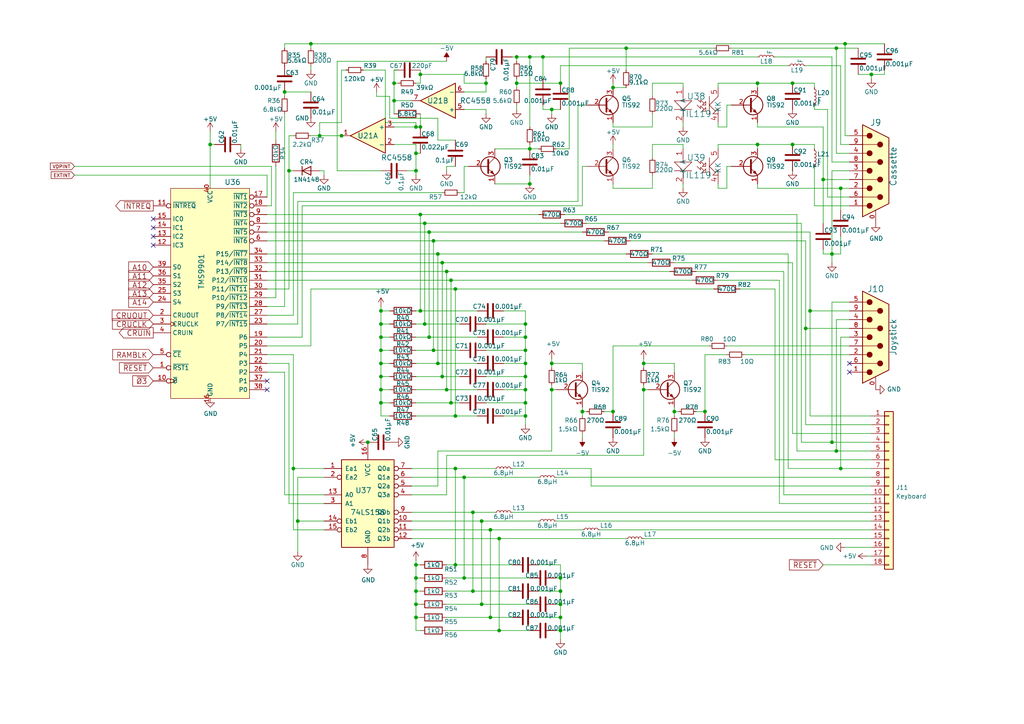
<source format=kicad_sch>
(kicad_sch (version 20211123) (generator eeschema)
  (paper "A4")
  (title_block (title "TI-99/22") (date "2022-11-19") (rev "0.9") (company "Dan Werner - https://github.com/danwerner21/ti99_22") (comment 1 "Schematic for Keyboard, Joystick and Cassette port.") (comment 3 "was based on the HackMac KiCAD Design") (comment 4 "Based Robert Krenicki's design which") (comment 5 "Original - https://github.com/rkrenicki/TI99-Motherboard"))
  (lib_symbols
    (symbol "74xx:74LS156" (pin_names (offset 1.016))
      (property "Reference" "U" (at -7.62 13.97 0))
      (property "Value" "74LS156" (at -7.62 -13.97 0))
      (symbol "74LS156_1_0"
        (pin input line (at -12.7 10.16 0) (length 5.08) (name "Ea1") (number "1"))
        (pin output inverted (at 12.7 -5.08 180) (length 5.08) (name "Q1b") (number "10"))
        (pin output inverted (at 12.7 -7.62 180) (length 5.08) (name "Q2b") (number "11"))
        (pin output inverted (at 12.7 -10.16 180) (length 5.08) (name "Q3b") (number "12"))
        (pin input line (at -12.7 2.54 0) (length 5.08) (name "A0") (number "13"))
        (pin input inverted (at -12.7 -5.08 0) (length 5.08) (name "Eb1") (number "14"))
        (pin input inverted (at -12.7 -7.62 0) (length 5.08) (name "Eb2") (number "15"))
        (pin power_in line (at 0 17.78 270) (length 5.08) (name "VCC") (number "16"))
        (pin input inverted (at -12.7 7.62 0) (length 5.08) (name "Ea2") (number "2"))
        (pin input line (at -12.7 0 0) (length 5.08) (name "A1") (number "3"))
        (pin output inverted (at 12.7 2.54 180) (length 5.08) (name "Q3a") (number "4"))
        (pin output inverted (at 12.7 5.08 180) (length 5.08) (name "Q2a") (number "5"))
        (pin output inverted (at 12.7 7.62 180) (length 5.08) (name "Q1a") (number "6"))
        (pin output inverted (at 12.7 10.16 180) (length 5.08) (name "Q0a") (number "7"))
        (pin power_in line (at 0 -17.78 90) (length 5.08) (name "GND") (number "8"))
        (pin output inverted (at 12.7 -2.54 180) (length 5.08) (name "Q0b") (number "9"))
      )
    )
    (symbol "Amplifier_Operational:RC4558" (pin_names (offset 0.127))
      (property "Reference" "U" (at 0 5.08 0))
      (property "Value" "RC4558" (at 0 -5.08 0))
      (symbol "RC4558_1_1"
        (pin output line (at 7.62 0 180) (length 2.54) (name "~") (number "1"))
        (pin input line (at -7.62 -2.54 0) (length 2.54) (name "-") (number "2"))
        (pin input line (at -7.62 2.54 0) (length 2.54) (name "+") (number "3"))
      )
      (symbol "RC4558_2_1"
        (pin input line (at -7.62 2.54 0) (length 2.54) (name "+") (number "5"))
        (pin input line (at -7.62 -2.54 0) (length 2.54) (name "-") (number "6"))
        (pin output line (at 7.62 0 180) (length 2.54) (name "~") (number "7"))
      )
      (symbol "RC4558_3_1"
        (pin power_in line (at -2.54 -7.62 90) (length 3.81) (name "V-") (number "4"))
        (pin power_in line (at -2.54 7.62 270) (length 3.81) (name "V+") (number "8"))
      )
    )
    (symbol "Connector:DB9_Male_MountingHoles" (pin_names (offset 1.016) hide)
      (property "Reference" "J" (at 0 16.51 0))
      (property "Value" "DB9_Male_MountingHoles" (at 0 14.605 0))
      (symbol "DB9_Male_MountingHoles_1_1"
        (pin passive line (at 0 -15.24 90) (length 3.81) (name "PAD") (number "0"))
        (pin passive line (at -7.62 -10.16 0) (length 3.81) (name "1") (number "1"))
        (pin passive line (at -7.62 -5.08 0) (length 3.81) (name "2") (number "2"))
        (pin passive line (at -7.62 0 0) (length 3.81) (name "3") (number "3"))
        (pin passive line (at -7.62 5.08 0) (length 3.81) (name "4") (number "4"))
        (pin passive line (at -7.62 10.16 0) (length 3.81) (name "5") (number "5"))
        (pin passive line (at -7.62 -7.62 0) (length 3.81) (name "6") (number "6"))
        (pin passive line (at -7.62 -2.54 0) (length 3.81) (name "7") (number "7"))
        (pin passive line (at -7.62 2.54 0) (length 3.81) (name "8") (number "8"))
        (pin passive line (at -7.62 7.62 0) (length 3.81) (name "9") (number "9"))
      )
    )
    (symbol "Connector_Generic:Conn_01x18" (pin_names (offset 1.016) hide)
      (property "Reference" "J" (at 0 22.86 0))
      (property "Value" "Conn_01x18" (at 0 -25.4 0))
      (symbol "Conn_01x18_1_1"
        (pin passive line (at -5.08 20.32 0) (length 3.81) (name "Pin_1") (number "1"))
        (pin passive line (at -5.08 -2.54 0) (length 3.81) (name "Pin_10") (number "10"))
        (pin passive line (at -5.08 -5.08 0) (length 3.81) (name "Pin_11") (number "11"))
        (pin passive line (at -5.08 -7.62 0) (length 3.81) (name "Pin_12") (number "12"))
        (pin passive line (at -5.08 -10.16 0) (length 3.81) (name "Pin_13") (number "13"))
        (pin passive line (at -5.08 -12.7 0) (length 3.81) (name "Pin_14") (number "14"))
        (pin passive line (at -5.08 -15.24 0) (length 3.81) (name "Pin_15") (number "15"))
        (pin passive line (at -5.08 -17.78 0) (length 3.81) (name "Pin_16") (number "16"))
        (pin passive line (at -5.08 -20.32 0) (length 3.81) (name "Pin_17") (number "17"))
        (pin passive line (at -5.08 -22.86 0) (length 3.81) (name "Pin_18") (number "18"))
        (pin passive line (at -5.08 17.78 0) (length 3.81) (name "Pin_2") (number "2"))
        (pin passive line (at -5.08 15.24 0) (length 3.81) (name "Pin_3") (number "3"))
        (pin passive line (at -5.08 12.7 0) (length 3.81) (name "Pin_4") (number "4"))
        (pin passive line (at -5.08 10.16 0) (length 3.81) (name "Pin_5") (number "5"))
        (pin passive line (at -5.08 7.62 0) (length 3.81) (name "Pin_6") (number "6"))
        (pin passive line (at -5.08 5.08 0) (length 3.81) (name "Pin_7") (number "7"))
        (pin passive line (at -5.08 2.54 0) (length 3.81) (name "Pin_8") (number "8"))
        (pin passive line (at -5.08 0 0) (length 3.81) (name "Pin_9") (number "9"))
      )
    )
    (symbol "Device:C" (pin_numbers hide) (pin_names (offset 0.254))
      (property "Reference" "C" (at 0.635 2.54 0))
      (property "Value" "C" (at 0.635 -2.54 0))
      (symbol "C_1_1"
        (pin passive line (at 0 3.81 270) (length 2.794) (name "~") (number "1"))
        (pin passive line (at 0 -3.81 90) (length 2.794) (name "~") (number "2"))
      )
    )
    (symbol "Device:D" (pin_numbers hide) (pin_names (offset 1.016) hide)
      (property "Reference" "D" (at 0 2.54 0))
      (property "Value" "D" (at 0 -2.54 0))
      (symbol "D_1_1"
        (pin passive line (at -3.81 0 0) (length 2.54) (name "K") (number "1"))
        (pin passive line (at 3.81 0 180) (length 2.54) (name "A") (number "2"))
      )
    )
    (symbol "Device:L_Small" (pin_numbers hide) (pin_names (offset 0.254) hide)
      (property "Reference" "L" (at 0.762 1.016 0))
      (property "Value" "L_Small" (at 0.762 -1.016 0))
      (symbol "L_Small_1_1"
        (pin passive line (at 0 2.54 270) (length 0.508) (name "~") (number "1"))
        (pin passive line (at 0 -2.54 90) (length 0.508) (name "~") (number "2"))
      )
    )
    (symbol "Device:Q_NPN_EBC" (pin_names (offset 0) hide)
      (property "Reference" "Q" (at 5.08 1.27 0))
      (property "Value" "Q_NPN_EBC" (at 5.08 -1.27 0))
      (symbol "Q_NPN_EBC_1_1"
        (pin passive line (at 2.54 -5.08 90) (length 2.54) (name "E") (number "1"))
        (pin passive line (at -5.08 0 0) (length 5.715) (name "B") (number "2"))
        (pin passive line (at 2.54 5.08 270) (length 2.54) (name "C") (number "3"))
      )
    )
    (symbol "Device:R" (pin_numbers hide) (pin_names (offset 0))
      (property "Reference" "R" (at 2.032 0 90))
      (property "Value" "R" (at 0 0 90))
      (symbol "R_1_1"
        (pin passive line (at 0 3.81 270) (length 1.27) (name "~") (number "1"))
        (pin passive line (at 0 -3.81 90) (length 1.27) (name "~") (number "2"))
      )
    )
    (symbol "Device:R_Small" (pin_numbers hide) (pin_names (offset 0.254) hide)
      (property "Reference" "R" (at 0.762 0.508 0))
      (property "Value" "R_Small" (at 0.762 -1.016 0))
      (symbol "R_Small_1_1"
        (pin passive line (at 0 2.54 270) (length 0.762) (name "~") (number "1"))
        (pin passive line (at 0 -2.54 90) (length 0.762) (name "~") (number "2"))
      )
    )
    (symbol "Werner_custom:TIL119"
      (property "Reference" "U" (at 0 3.81 0))
      (property "Value" "TIL119" (at 0 -3.81 0))
      (symbol "TIL119_1_1"
        (pin passive line (at -3.81 5.08 270) (length 2.54) (name "A") (number "1"))
        (pin passive line (at -3.81 -5.08 90) (length 2.54) (name "K") (number "2"))
        (pin passive line (at 6.35 -5.08 90) (length 2.54) (name "KK") (number "4"))
        (pin passive line (at 6.35 5.08 270) (length 2.54) (name "~") (number "5"))
      )
    )
    (symbol "Werner_custom:TMS9901"
      (property "Reference" "U" (at 0 11.43 0))
      (property "Value" "TMS9901" (at 1.27 8.89 0))
      (symbol "TMS9901_1_1"
        (pin input inverted (at -16.51 -27.94 0) (length 5.08) (name "~{RST1}") (number "1"))
        (pin input inverted_clock (at -16.51 -31.75 0) (length 5.08) (name "~{Ø}") (number "10"))
        (pin output inverted (at -16.51 19.05 0) (length 5.08) (name "~{INTREQ}") (number "11"))
        (pin output line (at -16.51 7.62 0) (length 5.08) (name "IC3") (number "12"))
        (pin output line (at -16.51 10.16 0) (length 5.08) (name "IC2") (number "13"))
        (pin output line (at -16.51 12.7 0) (length 5.08) (name "IC1") (number "14"))
        (pin output line (at -16.51 15.24 0) (length 5.08) (name "IC0") (number "15"))
        (pin power_in line (at 0 -36.83 90) (length 0) (name "GND") (number "16"))
        (pin input inverted (at 16.51 21.59 180) (length 5.08) (name "~{INT1}") (number "17"))
        (pin input inverted (at 16.51 19.05 180) (length 5.08) (name "~{INT2}") (number "18"))
        (pin bidirectional line (at 16.51 -19.05 180) (length 5.08) (name "P6") (number "19"))
        (pin input line (at -16.51 -12.7 0) (length 5.08) (name "CRUOUT") (number "2"))
        (pin bidirectional line (at 16.51 -21.59 180) (length 5.08) (name "P5") (number "20"))
        (pin bidirectional line (at 16.51 -24.13 180) (length 5.08) (name "P4") (number "21"))
        (pin bidirectional line (at 16.51 -26.67 180) (length 5.08) (name "P3") (number "22"))
        (pin bidirectional line (at 16.51 -15.24 180) (length 5.08) (name "P7/~{INT15}") (number "23"))
        (pin input line (at -16.51 -8.89 0) (length 5.08) (name "S4") (number "24"))
        (pin input line (at -16.51 -6.35 0) (length 5.08) (name "S3") (number "25"))
        (pin bidirectional line (at 16.51 -29.21 180) (length 5.08) (name "P2") (number "26"))
        (pin bidirectional line (at 16.51 -12.7 180) (length 5.08) (name "P8/~{INT14}") (number "27"))
        (pin bidirectional line (at 16.51 -10.16 180) (length 5.08) (name "P9/~{INT13}") (number "28"))
        (pin bidirectional line (at 16.51 -7.62 180) (length 5.08) (name "P10/~{INT12}") (number "29"))
        (pin input clock (at -16.51 -15.24 0) (length 5.08) (name "CRUCLK") (number "3"))
        (pin bidirectional line (at 16.51 -5.08 180) (length 5.08) (name "P11/~{INT11}") (number "30"))
        (pin bidirectional line (at 16.51 -2.54 180) (length 5.08) (name "P12/~{INT10}") (number "31"))
        (pin bidirectional line (at 16.51 0 180) (length 5.08) (name "P13/~{INT9}") (number "32"))
        (pin bidirectional line (at 16.51 2.54 180) (length 5.08) (name "P14/~{INT8}") (number "33"))
        (pin bidirectional line (at 16.51 5.08 180) (length 5.08) (name "P15/~{INT7}") (number "34"))
        (pin input line (at -16.51 -3.81 0) (length 5.08) (name "S2") (number "35"))
        (pin input line (at -16.51 -1.27 0) (length 5.08) (name "S1") (number "36"))
        (pin bidirectional line (at 16.51 -31.75 180) (length 5.08) (name "P1") (number "37"))
        (pin bidirectional line (at 16.51 -34.29 180) (length 5.08) (name "P0") (number "38"))
        (pin input line (at -16.51 1.27 0) (length 5.08) (name "S0") (number "39"))
        (pin output line (at -16.51 -17.78 0) (length 5.08) (name "CRUIN") (number "4"))
        (pin power_in line (at 0 24.13 270) (length 0) (name "VCC") (number "40"))
        (pin input inverted (at -16.51 -24.13 0) (length 5.08) (name "~{CE}") (number "5"))
        (pin input inverted (at 16.51 8.89 180) (length 5.08) (name "~{INT6}") (number "6"))
        (pin input inverted (at 16.51 11.43 180) (length 5.08) (name "~{INT5}") (number "7"))
        (pin input inverted (at 16.51 13.97 180) (length 5.08) (name "~{INT4}") (number "8"))
        (pin input inverted (at 16.51 16.51 180) (length 5.08) (name "~{INT3}") (number "9"))
      )
    )
    (symbol "power:+5V" (power) (pin_names (offset 0))
      (property "Value" "+5V" (at 0 3.556 0))
      (symbol "+5V_1_1"
        (pin power_in line (at 0 0 90) (length 0) hide (name "+5V") (number "1"))
      )
    )
    (symbol "power:-5V" (power) (pin_names (offset 0))
      (property "Value" "-5V" (at 0 3.81 0))
      (symbol "-5V_0_0"
        (pin power_in line (at 0 0 90) (length 0) hide (name "-5V") (number "1"))
      )
    )
    (symbol "power:GND" (power) (pin_names (offset 0))
      (property "Value" "GND" (at 0 -3.81 0))
      (symbol "GND_1_1"
        (pin power_in line (at 0 0 270) (length 0) hide (name "GND") (number "1"))
      )
    )
  )
  (junction (at 137.16 171.45))
  (junction (at 177.8 119.38))
  (junction (at 110.49 101.6))
  (junction (at 110.49 105.41))
  (junction (at 149.86 24.13))
  (junction (at 152.4 101.6))
  (junction (at 157.48 16.51))
  (junction (at 127 105.41))
  (junction (at 241.3 128.27))
  (junction (at 204.47 119.38))
  (junction (at 152.4 105.41))
  (junction (at 152.4 93.98))
  (junction (at 153.67 53.34))
  (junction (at 124.46 97.79))
  (junction (at 120.65 175.26))
  (junction (at 110.49 109.22))
  (junction (at 168.91 119.38))
  (junction (at 60.96 41.91))
  (junction (at 125.73 69.85))
  (junction (at 153.67 16.51))
  (junction (at 130.81 81.28))
  (junction (at 241.3 73.66))
  (junction (at 137.16 148.59))
  (junction (at 129.54 78.74))
  (junction (at 252.73 21.59))
  (junction (at 219.71 24.13))
  (junction (at 110.49 116.84))
  (junction (at 142.24 179.07))
  (junction (at 162.56 167.64))
  (junction (at 238.76 52.07))
  (junction (at 120.65 163.83))
  (junction (at 186.69 105.41))
  (junction (at 114.3 29.21))
  (junction (at 121.92 90.17))
  (junction (at 114.3 24.13))
  (junction (at 82.55 26.67))
  (junction (at 139.7 175.26))
  (junction (at 120.65 44.45))
  (junction (at 152.4 109.22))
  (junction (at 160.02 31.75))
  (junction (at 144.78 156.21))
  (junction (at 219.71 41.91))
  (junction (at 140.97 24.13))
  (junction (at 229.87 41.91))
  (junction (at 152.4 113.03))
  (junction (at 245.11 12.7))
  (junction (at 120.65 171.45))
  (junction (at 181.61 13.97))
  (junction (at 153.67 43.18))
  (junction (at 177.8 25.4))
  (junction (at 129.54 113.03))
  (junction (at 99.06 39.37))
  (junction (at 123.19 93.98))
  (junction (at 152.4 120.65))
  (junction (at 162.56 175.26))
  (junction (at 160.02 113.03))
  (junction (at 195.58 119.38))
  (junction (at 160.02 105.41))
  (junction (at 229.87 24.13))
  (junction (at 242.57 13.97))
  (junction (at 132.08 163.83))
  (junction (at 120.65 36.83))
  (junction (at 86.36 151.13))
  (junction (at 162.56 179.07))
  (junction (at 234.95 90.17))
  (junction (at 162.56 24.13))
  (junction (at 132.08 83.82))
  (junction (at 120.65 167.64))
  (junction (at 106.68 128.27))
  (junction (at 85.09 135.89))
  (junction (at 127 73.66))
  (junction (at 134.62 167.64))
  (junction (at 132.08 120.65))
  (junction (at 162.56 182.88))
  (junction (at 92.71 39.37))
  (junction (at 139.7 151.13))
  (junction (at 186.69 113.03))
  (junction (at 134.62 138.43))
  (junction (at 121.92 21.59))
  (junction (at 233.68 95.25))
  (junction (at 130.81 116.84))
  (junction (at 152.4 97.79))
  (junction (at 110.49 97.79))
  (junction (at 110.49 90.17))
  (junction (at 110.49 93.98))
  (junction (at 132.08 135.89))
  (junction (at 128.27 109.22))
  (junction (at 121.92 36.83))
  (junction (at 90.17 12.7))
  (junction (at 123.19 64.77))
  (junction (at 121.92 62.23))
  (junction (at 242.57 130.81))
  (junction (at 152.4 116.84))
  (junction (at 162.56 171.45))
  (junction (at 144.78 182.88))
  (junction (at 120.65 49.53))
  (junction (at 124.46 67.31))
  (junction (at 243.84 54.61))
  (junction (at 83.82 49.53))
  (junction (at 142.24 153.67))
  (junction (at 243.84 135.89))
  (junction (at 128.27 76.2))
  (junction (at 110.49 113.03))
  (junction (at 120.65 179.07))
  (junction (at 149.86 16.51))
  (junction (at 125.73 101.6))
  (no_connect (at 246.38 105.41))
  (no_connect (at 44.45 71.12))
  (no_connect (at 77.47 110.49))
  (no_connect (at 44.45 66.04))
  (no_connect (at 44.45 68.58))
  (no_connect (at 246.38 107.95))
  (no_connect (at 77.47 113.03))
  (no_connect (at 44.45 63.5))
  (wire (pts (xy 134.62 21.59) (xy 121.92 21.59)))
  (wire (pts (xy 162.56 182.88) (xy 162.56 185.42)))
  (wire (pts (xy 156.21 171.45) (xy 162.56 171.45)))
  (wire (pts (xy 212.09 13.97) (xy 242.57 13.97)))
  (wire (pts (xy 120.65 182.88) (xy 121.92 182.88)))
  (wire (pts (xy 160.02 105.41) (xy 160.02 106.68)))
  (wire (pts (xy 114.3 24.13) (xy 114.3 29.21)))
  (wire (pts (xy 134.62 55.88) (xy 134.62 48.26)))
  (wire (pts (xy 120.65 163.83) (xy 120.65 167.64)))
  (wire (pts (xy 121.92 24.13) (xy 120.65 24.13)))
  (wire (pts (xy 241.3 128.27) (xy 252.73 128.27)))
  (wire (pts (xy 80.01 48.26) (xy 80.01 86.36)))
  (wire (pts (xy 120.65 36.83) (xy 120.65 35.56)))
  (wire (pts (xy 124.46 67.31) (xy 168.91 67.31)))
  (wire (pts (xy 242.57 44.45) (xy 242.57 13.97)))
  (wire (pts (xy 177.8 119.38) (xy 177.8 100.33)))
  (wire (pts (xy 143.51 53.34) (xy 153.67 53.34)))
  (wire (pts (xy 226.06 81.28) (xy 208.28 81.28)))
  (wire (pts (xy 242.57 92.71) (xy 242.57 130.81)))
  (wire (pts (xy 82.55 12.7) (xy 90.17 12.7)))
  (wire (pts (xy 186.69 156.21) (xy 252.73 156.21)))
  (wire (pts (xy 167.64 30.48) (xy 170.18 30.48)))
  (wire (pts (xy 120.65 162.56) (xy 120.65 163.83)))
  (wire (pts (xy 110.49 105.41) (xy 113.03 105.41)))
  (wire (pts (xy 195.58 105.41) (xy 195.58 107.95)))
  (wire (pts (xy 110.49 93.98) (xy 113.03 93.98)))
  (wire (pts (xy 208.28 24.13) (xy 219.71 24.13)))
  (wire (pts (xy 60.96 41.91) (xy 62.23 41.91)))
  (wire (pts (xy 85.09 49.53) (xy 83.82 49.53)))
  (wire (pts (xy 125.73 69.85) (xy 175.26 69.85)))
  (wire (pts (xy 177.8 25.4) (xy 181.61 25.4)))
  (wire (pts (xy 140.97 93.98) (xy 152.4 93.98)))
  (wire (pts (xy 129.54 167.64) (xy 134.62 167.64)))
  (wire (pts (xy 132.08 120.65) (xy 138.43 120.65)))
  (wire (pts (xy 120.65 167.64) (xy 120.65 171.45)))
  (wire (pts (xy 137.16 148.59) (xy 143.51 148.59)))
  (wire (pts (xy 85.09 135.89) (xy 85.09 153.67)))
  (wire (pts (xy 238.76 163.83) (xy 252.73 163.83)))
  (wire (pts (xy 208.28 35.56) (xy 208.28 36.83)))
  (wire (pts (xy 92.71 39.37) (xy 99.06 39.37)))
  (wire (pts (xy 242.57 130.81) (xy 252.73 130.81)))
  (wire (pts (xy 119.38 143.51) (xy 129.54 143.51)))
  (wire (pts (xy 152.4 101.6) (xy 152.4 105.41)))
  (wire (pts (xy 83.82 146.05) (xy 83.82 105.41)))
  (wire (pts (xy 123.19 93.98) (xy 133.35 93.98)))
  (wire (pts (xy 134.62 48.26) (xy 135.89 48.26)))
  (wire (pts (xy 114.3 29.21) (xy 119.38 29.21)))
  (wire (pts (xy 110.49 109.22) (xy 110.49 113.03)))
  (wire (pts (xy 110.49 109.22) (xy 113.03 109.22)))
  (wire (pts (xy 144.78 182.88) (xy 153.67 182.88)))
  (wire (pts (xy 128.27 76.2) (xy 187.96 76.2)))
  (wire (pts (xy 86.36 138.43) (xy 93.98 138.43)))
  (wire (pts (xy 120.65 171.45) (xy 120.65 175.26)))
  (wire (pts (xy 242.57 13.97) (xy 248.92 13.97)))
  (wire (pts (xy 195.58 118.11) (xy 195.58 119.38)))
  (wire (pts (xy 110.49 93.98) (xy 110.49 97.79)))
  (wire (pts (xy 99.06 20.32) (xy 100.33 20.32)))
  (wire (pts (xy 121.92 62.23) (xy 156.21 62.23)))
  (wire (pts (xy 246.38 44.45) (xy 242.57 44.45)))
  (wire (pts (xy 127 105.41) (xy 138.43 105.41)))
  (wire (pts (xy 60.96 41.91) (xy 60.96 54.61)))
  (wire (pts (xy 132.08 163.83) (xy 148.59 163.83)))
  (wire (pts (xy 143.51 43.18) (xy 153.67 43.18)))
  (wire (pts (xy 90.17 19.05) (xy 90.17 20.32)))
  (wire (pts (xy 238.76 52.07) (xy 246.38 52.07)))
  (wire (pts (xy 140.97 24.13) (xy 134.62 24.13)))
  (wire (pts (xy 90.17 83.82) (xy 90.17 100.33)))
  (wire (pts (xy 243.84 135.89) (xy 252.73 135.89)))
  (wire (pts (xy 129.54 132.08) (xy 129.54 143.51)))
  (wire (pts (xy 120.65 171.45) (xy 121.92 171.45)))
  (wire (pts (xy 124.46 97.79) (xy 124.46 67.31)))
  (wire (pts (xy 252.73 143.51) (xy 227.33 143.51)))
  (wire (pts (xy 162.56 171.45) (xy 162.56 175.26)))
  (wire (pts (xy 243.84 54.61) (xy 246.38 54.61)))
  (wire (pts (xy 125.73 101.6) (xy 125.73 69.85)))
  (wire (pts (xy 165.1 13.97) (xy 165.1 43.18)))
  (wire (pts (xy 168.91 119.38) (xy 168.91 120.65)))
  (wire (pts (xy 234.95 67.31) (xy 234.95 90.17)))
  (wire (pts (xy 119.38 138.43) (xy 134.62 138.43)))
  (wire (pts (xy 152.4 105.41) (xy 152.4 109.22)))
  (wire (pts (xy 229.87 48.26) (xy 229.87 49.53)))
  (wire (pts (xy 182.88 69.85) (xy 233.68 69.85)))
  (wire (pts (xy 168.91 48.26) (xy 168.91 59.69)))
  (wire (pts (xy 92.71 39.37) (xy 92.71 35.56)))
  (wire (pts (xy 128.27 109.22) (xy 128.27 76.2)))
  (wire (pts (xy 134.62 167.64) (xy 153.67 167.64)))
  (wire (pts (xy 132.08 135.89) (xy 143.51 135.89)))
  (wire (pts (xy 139.7 151.13) (xy 156.21 151.13)))
  (wire (pts (xy 201.93 119.38) (xy 204.47 119.38)))
  (wire (pts (xy 60.96 38.1) (xy 60.96 41.91)))
  (wire (pts (xy 161.29 167.64) (xy 162.56 167.64)))
  (wire (pts (xy 236.22 31.75) (xy 240.03 31.75)))
  (wire (pts (xy 132.08 83.82) (xy 207.01 83.82)))
  (wire (pts (xy 156.21 179.07) (xy 162.56 179.07)))
  (wire (pts (xy 133.35 55.88) (xy 134.62 55.88)))
  (wire (pts (xy 142.24 179.07) (xy 148.59 179.07)))
  (wire (pts (xy 110.49 101.6) (xy 113.03 101.6)))
  (wire (pts (xy 120.65 90.17) (xy 121.92 90.17)))
  (wire (pts (xy 219.71 24.13) (xy 219.71 25.4)))
  (wire (pts (xy 186.69 105.41) (xy 195.58 105.41)))
  (wire (pts (xy 121.92 163.83) (xy 120.65 163.83)))
  (wire (pts (xy 208.28 25.4) (xy 208.28 24.13)))
  (wire (pts (xy 177.8 54.61) (xy 189.23 54.61)))
  (wire (pts (xy 168.91 105.41) (xy 168.91 107.95)))
  (wire (pts (xy 168.91 125.73) (xy 168.91 127)))
  (wire (pts (xy 140.97 31.75) (xy 140.97 33.02)))
  (wire (pts (xy 77.47 107.95) (xy 82.55 107.95)))
  (wire (pts (xy 120.65 49.53) (xy 120.65 50.8)))
  (wire (pts (xy 245.11 158.75) (xy 252.73 158.75)))
  (wire (pts (xy 92.71 49.53) (xy 93.98 49.53)))
  (wire (pts (xy 149.86 31.75) (xy 149.86 30.48)))
  (wire (pts (xy 160.02 113.03) (xy 160.02 130.81)))
  (wire (pts (xy 246.38 49.53) (xy 241.3 49.53)))
  (wire (pts (xy 120.65 175.26) (xy 120.65 179.07)))
  (wire (pts (xy 153.67 43.18) (xy 156.21 43.18)))
  (wire (pts (xy 248.92 21.59) (xy 252.73 21.59)))
  (wire (pts (xy 85.09 135.89) (xy 93.98 135.89)))
  (wire (pts (xy 160.02 31.75) (xy 162.56 31.75)))
  (wire (pts (xy 246.38 97.79) (xy 243.84 97.79)))
  (wire (pts (xy 238.76 36.83) (xy 238.76 52.07)))
  (wire (pts (xy 160.02 105.41) (xy 168.91 105.41)))
  (wire (pts (xy 83.82 39.37) (xy 85.09 39.37)))
  (wire (pts (xy 208.28 41.91) (xy 219.71 41.91)))
  (wire (pts (xy 78.74 59.69) (xy 78.74 48.26)))
  (wire (pts (xy 93.98 151.13) (xy 86.36 151.13)))
  (wire (pts (xy 90.17 83.82) (xy 132.08 83.82)))
  (wire (pts (xy 77.47 88.9) (xy 82.55 88.9)))
  (wire (pts (xy 140.97 24.13) (xy 140.97 26.67)))
  (wire (pts (xy 186.69 113.03) (xy 187.96 113.03)))
  (wire (pts (xy 77.47 81.28) (xy 130.81 81.28)))
  (wire (pts (xy 124.46 97.79) (xy 138.43 97.79)))
  (wire (pts (xy 120.65 120.65) (xy 132.08 120.65)))
  (wire (pts (xy 110.49 101.6) (xy 110.49 105.41)))
  (wire (pts (xy 162.56 163.83) (xy 162.56 167.64)))
  (wire (pts (xy 110.49 97.79) (xy 113.03 97.79)))
  (wire (pts (xy 198.12 35.56) (xy 198.12 36.83)))
  (wire (pts (xy 77.47 64.77) (xy 123.19 64.77)))
  (wire (pts (xy 233.68 69.85) (xy 233.68 95.25)))
  (wire (pts (xy 152.4 109.22) (xy 152.4 113.03)))
  (wire (pts (xy 77.47 69.85) (xy 125.73 69.85)))
  (wire (pts (xy 157.48 16.51) (xy 157.48 22.86)))
  (wire (pts (xy 77.47 91.44) (xy 85.09 91.44)))
  (wire (pts (xy 120.65 44.45) (xy 121.92 44.45)))
  (wire (pts (xy 77.47 62.23) (xy 121.92 62.23)))
  (wire (pts (xy 120.65 44.45) (xy 120.65 49.53)))
  (wire (pts (xy 77.47 57.15) (xy 77.47 50.8)))
  (wire (pts (xy 238.76 52.07) (xy 238.76 64.77)))
  (wire (pts (xy 227.33 78.74) (xy 201.93 78.74)))
  (wire (pts (xy 157.48 30.48) (xy 157.48 31.75)))
  (wire (pts (xy 120.65 93.98) (xy 123.19 93.98)))
  (wire (pts (xy 80.01 86.36) (xy 77.47 86.36)))
  (wire (pts (xy 160.02 104.14) (xy 160.02 105.41)))
  (wire (pts (xy 243.84 97.79) (xy 243.84 135.89)))
  (wire (pts (xy 114.3 29.21) (xy 114.3 33.02)))
  (wire (pts (xy 219.71 36.83) (xy 238.76 36.83)))
  (wire (pts (xy 240.03 31.75) (xy 240.03 57.15)))
  (wire (pts (xy 241.3 46.99) (xy 241.3 16.51)))
  (wire (pts (xy 153.67 50.8) (xy 153.67 53.34)))
  (wire (pts (xy 245.11 39.37) (xy 245.11 12.7)))
  (wire (pts (xy 210.82 48.26) (xy 212.09 48.26)))
  (wire (pts (xy 204.47 102.87) (xy 210.82 102.87)))
  (wire (pts (xy 234.95 67.31) (xy 176.53 67.31)))
  (wire (pts (xy 132.08 83.82) (xy 132.08 120.65)))
  (wire (pts (xy 177.8 100.33) (xy 205.74 100.33)))
  (wire (pts (xy 189.23 36.83) (xy 189.23 33.02)))
  (wire (pts (xy 243.84 54.61) (xy 243.84 60.96)))
  (wire (pts (xy 140.97 109.22) (xy 152.4 109.22)))
  (wire (pts (xy 119.38 148.59) (xy 137.16 148.59)))
  (wire (pts (xy 165.1 13.97) (xy 181.61 13.97)))
  (wire (pts (xy 229.87 41.91) (xy 229.87 43.18)))
  (wire (pts (xy 87.63 97.79) (xy 77.47 97.79)))
  (wire (pts (xy 77.47 102.87) (xy 85.09 102.87)))
  (wire (pts (xy 93.98 143.51) (xy 82.55 143.51)))
  (wire (pts (xy 144.78 156.21) (xy 181.61 156.21)))
  (wire (pts (xy 243.84 41.91) (xy 246.38 41.91)))
  (wire (pts (xy 129.54 48.26) (xy 132.08 48.26)))
  (wire (pts (xy 219.71 41.91) (xy 219.71 43.18)))
  (wire (pts (xy 146.05 90.17) (xy 152.4 90.17)))
  (wire (pts (xy 241.3 73.66) (xy 243.84 73.66)))
  (wire (pts (xy 134.62 167.64) (xy 134.62 138.43)))
  (wire (pts (xy 121.92 21.59) (xy 121.92 24.13)))
  (wire (pts (xy 85.09 55.88) (xy 128.27 55.88)))
  (wire (pts (xy 152.4 93.98) (xy 152.4 97.79)))
  (wire (pts (xy 82.55 26.67) (xy 90.17 26.67)))
  (wire (pts (xy 243.84 19.05) (xy 233.68 19.05)))
  (wire (pts (xy 120.65 36.83) (xy 121.92 36.83)))
  (wire (pts (xy 229.87 76.2) (xy 195.58 76.2)))
  (wire (pts (xy 140.97 17.78) (xy 140.97 16.51)))
  (wire (pts (xy 130.81 81.28) (xy 200.66 81.28)))
  (wire (pts (xy 246.38 39.37) (xy 245.11 39.37)))
  (wire (pts (xy 236.22 24.13) (xy 236.22 25.4)))
  (wire (pts (xy 121.92 36.83) (xy 121.92 33.02)))
  (wire (pts (xy 129.54 171.45) (xy 137.16 171.45)))
  (wire (pts (xy 252.73 146.05) (xy 226.06 146.05)))
  (wire (pts (xy 97.79 49.53) (xy 110.49 49.53)))
  (wire (pts (xy 246.38 95.25) (xy 233.68 95.25)))
  (wire (pts (xy 181.61 20.32) (xy 181.61 13.97)))
  (wire (pts (xy 161.29 138.43) (xy 252.73 138.43)))
  (wire (pts (xy 120.65 179.07) (xy 120.65 182.88)))
  (wire (pts (xy 120.65 179.07) (xy 121.92 179.07)))
  (wire (pts (xy 121.92 20.32) (xy 121.92 21.59)))
  (wire (pts (xy 86.36 151.13) (xy 86.36 160.02)))
  (wire (pts (xy 189.23 45.72) (xy 189.23 41.91)))
  (wire (pts (xy 93.98 153.67) (xy 85.09 153.67)))
  (wire (pts (xy 83.82 39.37) (xy 83.82 49.53)))
  (wire (pts (xy 121.92 90.17) (xy 138.43 90.17)))
  (wire (pts (xy 110.49 113.03) (xy 110.49 116.84)))
  (wire (pts (xy 177.8 53.34) (xy 177.8 54.61)))
  (wire (pts (xy 152.4 116.84) (xy 152.4 120.65)))
  (wire (pts (xy 238.76 72.39) (xy 238.76 73.66)))
  (wire (pts (xy 82.55 12.7) (xy 82.55 13.97)))
  (wire (pts (xy 129.54 113.03) (xy 129.54 78.74)))
  (wire (pts (xy 245.11 12.7) (xy 256.54 12.7)))
  (wire (pts (xy 82.55 88.9) (xy 82.55 33.02)))
  (wire (pts (xy 119.38 135.89) (xy 132.08 135.89)))
  (wire (pts (xy 219.71 35.56) (xy 219.71 36.83)))
  (wire (pts (xy 177.8 36.83) (xy 189.23 36.83)))
  (wire (pts (xy 110.49 116.84) (xy 110.49 120.65)))
  (wire (pts (xy 77.47 67.31) (xy 124.46 67.31)))
  (wire (pts (xy 224.79 133.35) (xy 224.79 83.82)))
  (wire (pts (xy 236.22 41.91) (xy 236.22 43.18)))
  (wire (pts (xy 125.73 101.6) (xy 133.35 101.6)))
  (wire (pts (xy 210.82 30.48) (xy 212.09 30.48)))
  (wire (pts (xy 241.3 16.51) (xy 224.79 16.51)))
  (wire (pts (xy 127 105.41) (xy 127 73.66)))
  (wire (pts (xy 82.55 107.95) (xy 82.55 143.51)))
  (wire (pts (xy 252.73 21.59) (xy 252.73 22.86)))
  (wire (pts (xy 252.73 21.59) (xy 256.54 21.59)))
  (wire (pts (xy 233.68 95.25) (xy 233.68 123.19)))
  (wire (pts (xy 160.02 130.81) (xy 127 130.81)))
  (wire (pts (xy 134.62 24.13) (xy 134.62 21.59)))
  (wire (pts (xy 160.02 113.03) (xy 161.29 113.03)))
  (wire (pts (xy 161.29 175.26) (xy 162.56 175.26)))
  (wire (pts (xy 99.06 39.37) (xy 99.06 39.624)))
  (wire (pts (xy 77.47 73.66) (xy 127 73.66)))
  (wire (pts (xy 177.8 35.56) (xy 177.8 36.83)))
  (wire (pts (xy 236.22 30.48) (xy 236.22 31.75)))
  (wire (pts (xy 110.49 97.79) (xy 110.49 101.6)))
  (wire (pts (xy 146.05 105.41) (xy 152.4 105.41)))
  (wire (pts (xy 87.63 59.69) (xy 87.63 97.79)))
  (wire (pts (xy 196.85 119.38) (xy 195.58 119.38)))
  (wire (pts (xy 110.49 88.9) (xy 110.49 90.17)))
  (wire (pts (xy 163.83 62.23) (xy 231.14 62.23)))
  (wire (pts (xy 162.56 19.05) (xy 162.56 24.13)))
  (wire (pts (xy 140.97 116.84) (xy 152.4 116.84)))
  (wire (pts (xy 152.4 90.17) (xy 152.4 93.98)))
  (wire (pts (xy 90.17 12.7) (xy 245.11 12.7)))
  (wire (pts (xy 189.23 24.13) (xy 198.12 24.13)))
  (wire (pts (xy 85.09 91.44) (xy 85.09 55.88)))
  (wire (pts (xy 83.82 83.82) (xy 77.47 83.82)))
  (wire (pts (xy 231.14 62.23) (xy 231.14 130.81)))
  (wire (pts (xy 120.65 175.26) (xy 121.92 175.26)))
  (wire (pts (xy 153.67 41.91) (xy 153.67 43.18)))
  (wire (pts (xy 232.41 64.77) (xy 232.41 128.27)))
  (wire (pts (xy 120.65 105.41) (xy 127 105.41)))
  (wire (pts (xy 123.19 64.77) (xy 162.56 64.77)))
  (wire (pts (xy 140.97 22.86) (xy 140.97 24.13)))
  (wire (pts (xy 130.81 116.84) (xy 133.35 116.84)))
  (wire (pts (xy 90.17 13.97) (xy 90.17 12.7)))
  (wire (pts (xy 86.36 138.43) (xy 86.36 151.13)))
  (wire (pts (xy 160.02 31.75) (xy 160.02 33.02)))
  (wire (pts (xy 80.01 38.1) (xy 80.01 40.64)))
  (wire (pts (xy 120.65 113.03) (xy 129.54 113.03)))
  (wire (pts (xy 110.49 116.84) (xy 113.03 116.84)))
  (wire (pts (xy 227.33 143.51) (xy 227.33 78.74)))
  (wire (pts (xy 137.16 148.59) (xy 137.16 171.45)))
  (wire (pts (xy 78.74 48.26) (xy 21.59 48.26)))
  (wire (pts (xy 69.85 41.91) (xy 69.85 43.18)))
  (wire (pts (xy 156.21 163.83) (xy 162.56 163.83)))
  (wire (pts (xy 120.65 97.79) (xy 124.46 97.79)))
  (wire (pts (xy 149.86 24.13) (xy 149.86 25.4)))
  (wire (pts (xy 132.08 135.89) (xy 132.08 163.83)))
  (wire (pts (xy 149.86 16.51) (xy 149.86 17.78)))
  (wire (pts (xy 119.38 156.21) (xy 144.78 156.21)))
  (wire (pts (xy 127 73.66) (xy 181.61 73.66)))
  (wire (pts (xy 152.4 113.03) (xy 152.4 116.84)))
  (wire (pts (xy 142.24 153.67) (xy 142.24 179.07)))
  (wire (pts (xy 177.8 24.13) (xy 177.8 25.4)))
  (wire (pts (xy 162.56 175.26) (xy 162.56 179.07)))
  (wire (pts (xy 144.78 182.88) (xy 144.78 156.21)))
  (wire (pts (xy 93.98 49.53) (xy 93.98 50.8)))
  (wire (pts (xy 219.71 24.13) (xy 229.87 24.13)))
  (wire (pts (xy 175.26 119.38) (xy 177.8 119.38)))
  (wire (pts (xy 236.22 59.69) (xy 246.38 59.69)))
  (wire (pts (xy 219.71 54.61) (xy 243.84 54.61)))
  (wire (pts (xy 110.49 113.03) (xy 113.03 113.03)))
  (wire (pts (xy 186.69 105.41) (xy 186.69 106.68)))
  (wire (pts (xy 114.3 41.91) (xy 120.65 41.91)))
  (wire (pts (xy 241.3 73.66) (xy 241.3 76.2)))
  (wire (pts (xy 157.48 31.75) (xy 160.02 31.75)))
  (wire (pts (xy 118.11 49.53) (xy 120.65 49.53)))
  (wire (pts (xy 129.54 179.07) (xy 142.24 179.07)))
  (wire (pts (xy 129.54 78.74) (xy 194.31 78.74)))
  (wire (pts (xy 208.28 43.18) (xy 208.28 41.91)))
  (wire (pts (xy 111.76 20.32) (xy 105.41 20.32)))
  (wire (pts (xy 173.99 153.67) (xy 252.73 153.67)))
  (wire (pts (xy 92.71 35.56) (xy 99.06 35.56)))
  (wire (pts (xy 232.41 128.27) (xy 241.3 128.27)))
  (wire (pts (xy 186.69 111.76) (xy 186.69 113.03)))
  (wire (pts (xy 189.23 27.94) (xy 189.23 24.13)))
  (wire (pts (xy 93.98 146.05) (xy 83.82 146.05)))
  (wire (pts (xy 149.86 24.13) (xy 162.56 24.13)))
  (wire (pts (xy 77.47 78.74) (xy 129.54 78.74)))
  (wire (pts (xy 139.7 175.26) (xy 139.7 151.13)))
  (wire (pts (xy 241.3 87.63) (xy 241.3 128.27)))
  (wire (pts (xy 120.65 109.22) (xy 128.27 109.22)))
  (wire (pts (xy 170.18 119.38) (xy 168.91 119.38)))
  (wire (pts (xy 134.62 138.43) (xy 156.21 138.43)))
  (wire (pts (xy 110.49 120.65) (xy 113.03 120.65)))
  (wire (pts (xy 243.84 41.91) (xy 243.84 19.05)))
  (wire (pts (xy 114.3 36.83) (xy 120.65 36.83)))
  (wire (pts (xy 120.65 35.56) (xy 111.76 35.56)))
  (wire (pts (xy 149.86 16.51) (xy 153.67 16.51)))
  (wire (pts (xy 120.65 101.6) (xy 125.73 101.6)))
  (wire (pts (xy 120.65 41.91) (xy 120.65 44.45)))
  (wire (pts (xy 119.38 153.67) (xy 142.24 153.67)))
  (wire (pts (xy 111.76 35.56) (xy 111.76 20.32)))
  (wire (pts (xy 229.87 24.13) (xy 236.22 24.13)))
  (wire (pts (xy 129.54 182.88) (xy 144.78 182.88)))
  (wire (pts (xy 134.62 26.67) (xy 140.97 26.67)))
  (wire (pts (xy 165.1 43.18) (xy 161.29 43.18)))
  (wire (pts (xy 153.67 16.51) (xy 153.67 36.83)))
  (wire (pts (xy 90.17 39.37) (xy 92.71 39.37)))
  (wire (pts (xy 219.71 41.91) (xy 229.87 41.91)))
  (wire (pts (xy 148.59 16.51) (xy 149.86 16.51)))
  (wire (pts (xy 146.05 97.79) (xy 152.4 97.79)))
  (wire (pts (xy 168.91 118.11) (xy 168.91 119.38)))
  (wire (pts (xy 139.7 175.26) (xy 153.67 175.26)))
  (wire (pts (xy 186.69 132.08) (xy 129.54 132.08)))
  (wire (pts (xy 148.59 148.59) (xy 252.73 148.59)))
  (wire (pts (xy 129.54 48.26) (xy 129.54 49.53)))
  (wire (pts (xy 146.05 113.03) (xy 152.4 113.03)))
  (wire (pts (xy 198.12 24.13) (xy 198.12 25.4)))
  (wire (pts (xy 109.22 27.94) (xy 113.03 27.94)))
  (wire (pts (xy 110.49 105.41) (xy 110.49 109.22)))
  (wire (pts (xy 177.8 41.91) (xy 177.8 43.18)))
  (wire (pts (xy 130.81 116.84) (xy 130.81 81.28)))
  (wire (pts (xy 134.62 31.75) (xy 140.97 31.75)))
  (wire (pts (xy 229.87 41.91) (xy 236.22 41.91)))
  (wire (pts (xy 241.3 46.99) (xy 246.38 46.99)))
  (wire (pts (xy 238.76 73.66) (xy 241.3 73.66)))
  (wire (pts (xy 243.84 68.58) (xy 243.84 73.66)))
  (wire (pts (xy 142.24 153.67) (xy 168.91 153.67)))
  (wire (pts (xy 171.45 135.89) (xy 171.45 140.97)))
  (wire (pts (xy 146.05 120.65) (xy 152.4 120.65)))
  (wire (pts (xy 153.67 16.51) (xy 157.48 16.51)))
  (wire (pts (xy 219.71 53.34) (xy 219.71 54.61)))
  (wire (pts (xy 77.47 93.98) (xy 86.36 93.98)))
  (wire (pts (xy 208.28 36.83) (xy 210.82 36.83)))
  (wire (pts (xy 204.47 119.38) (xy 204.47 102.87)))
  (wire (pts (xy 123.19 93.98) (xy 123.19 64.77)))
  (wire (pts (xy 128.27 109.22) (xy 133.35 109.22)))
  (wire (pts (xy 198.12 53.34) (xy 198.12 54.61)))
  (wire (pts (xy 127 34.29) (xy 127 40.64)))
  (wire (pts (xy 246.38 92.71) (xy 242.57 92.71)))
  (wire (pts (xy 226.06 146.05) (xy 226.06 81.28)))
  (wire (pts (xy 251.46 161.29) (xy 252.73 161.29)))
  (wire (pts (xy 170.18 48.26) (xy 168.91 48.26)))
  (wire (pts (xy 171.45 140.97) (xy 252.73 140.97)))
  (wire (pts (xy 110.49 90.17) (xy 110.49 93.98)))
  (wire (pts (xy 83.82 49.53) (xy 83.82 83.82)))
  (wire (pts (xy 236.22 48.26) (xy 236.22 59.69)))
  (wire (pts (xy 120.65 167.64) (xy 121.92 167.64)))
  (wire (pts (xy 167.64 58.42) (xy 167.64 30.48)))
  (wire (pts (xy 129.54 113.03) (xy 138.43 113.03)))
  (wire (pts (xy 195.58 125.73) (xy 195.58 127)))
  (wire (pts (xy 181.61 13.97) (xy 207.01 13.97)))
  (wire (pts (xy 120.65 116.84) (xy 130.81 116.84)))
  (wire (pts (xy 228.6 73.66) (xy 189.23 73.66)))
  (wire (pts (xy 228.6 135.89) (xy 243.84 135.89)))
  (wire (pts (xy 129.54 163.83) (xy 132.08 163.83)))
  (wire (pts (xy 252.73 133.35) (xy 224.79 133.35)))
  (wire (pts (xy 152.4 97.79) (xy 152.4 101.6)))
  (wire (pts (xy 162.56 179.07) (xy 162.56 182.88)))
  (wire (pts (xy 86.36 58.42) (xy 167.64 58.42)))
  (wire (pts (xy 90.17 100.33) (xy 77.47 100.33)))
  (wire (pts (xy 129.54 175.26) (xy 139.7 175.26)))
  (wire (pts (xy 170.18 64.77) (xy 232.41 64.77)))
  (wire (pts (xy 137.16 171.45) (xy 148.59 171.45)))
  (wire (pts (xy 140.97 101.6) (xy 152.4 101.6)))
  (wire (pts (xy 215.9 102.87) (xy 246.38 102.87)))
  (wire (pts (xy 85.09 102.87) (xy 85.09 135.89)))
  (wire (pts (xy 115.57 24.13) (xy 114.3 24.13)))
  (wire (pts (xy 114.3 20.32) (xy 115.57 20.32)))
  (wire (pts (xy 208.28 54.61) (xy 210.82 54.61)))
  (wire (pts (xy 186.69 113.03) (xy 186.69 132.08)))
  (wire (pts (xy 234.95 90.17) (xy 234.95 120.65)))
  (wire (pts (xy 77.47 50.8) (xy 21.59 50.8)))
  (wire (pts (xy 228.6 135.89) (xy 228.6 73.66)))
  (wire (pts (xy 109.22 26.67) (xy 109.22 27.94)))
  (wire (pts (xy 97.79 49.53) (xy 97.79 17.78)))
  (wire (pts (xy 210.82 36.83) (xy 210.82 30.48)))
  (wire (pts (xy 189.23 41.91) (xy 198.12 41.91)))
  (wire (pts (xy 149.86 22.86) (xy 149.86 24.13)))
  (wire (pts (xy 224.79 83.82) (xy 214.63 83.82)))
  (wire (pts (xy 210.82 100.33) (xy 246.38 100.33)))
  (wire (pts (xy 160.02 111.76) (xy 160.02 113.03)))
  (wire (pts (xy 240.03 57.15) (xy 246.38 57.15)))
  (wire (pts (xy 208.28 53.34) (xy 208.28 54.61)))
  (wire (pts (xy 157.48 16.51) (xy 219.71 16.51)))
  (wire (pts (xy 114.3 20.32) (xy 114.3 24.13)))
  (wire (pts (xy 162.56 19.05) (xy 228.6 19.05)))
  (wire (pts (xy 241.3 49.53) (xy 241.3 73.66)))
  (wire (pts (xy 162.56 167.64) (xy 162.56 171.45)))
  (wire (pts (xy 127 130.81) (xy 127 140.97)))
  (wire (pts (xy 256.54 20.32) (xy 256.54 21.59)))
  (wire (pts (xy 99.06 35.56) (xy 99.06 20.32)))
  (wire (pts (xy 246.38 90.17) (xy 234.95 90.17)))
  (wire (pts (xy 195.58 119.38) (xy 195.58 120.65)))
  (wire (pts (xy 77.47 59.69) (xy 78.74 59.69)))
  (wire (pts (xy 119.38 151.13) (xy 139.7 151.13)))
  (wire (pts (xy 229.87 125.73) (xy 229.87 76.2)))
  (wire (pts (xy 148.59 135.89) (xy 171.45 135.89)))
  (wire (pts (xy 121.92 90.17) (xy 121.92 62.23)))
  (wire (pts (xy 86.36 93.98) (xy 86.36 58.42)))
  (wire (pts (xy 189.23 54.61) (xy 189.23 50.8)))
  (wire (pts (xy 234.95 120.65) (xy 252.73 120.65)))
  (wire (pts (xy 186.69 104.14) (xy 186.69 105.41)))
  (wire (pts (xy 113.03 90.17) (xy 110.49 90.17)))
  (wire (pts (xy 233.68 123.19) (xy 252.73 123.19)))
  (wire (pts (xy 252.73 125.73) (xy 229.87 125.73)))
  (wire (pts (xy 127 40.64) (xy 132.08 40.64)))
  (wire (pts (xy 113.03 34.29) (xy 127 34.29)))
  (wire (pts (xy 83.82 105.41) (xy 77.47 105.41)))
  (wire (pts (xy 198.12 41.91) (xy 198.12 43.18)))
  (wire (pts (xy 119.38 140.97) (xy 127 140.97)))
  (wire (pts (xy 210.82 54.61) (xy 210.82 48.26)))
  (wire (pts (xy 246.38 87.63) (xy 241.3 87.63)))
  (wire (pts (xy 97.79 17.78) (xy 129.54 17.78)))
  (wire (pts (xy 168.91 59.69) (xy 87.63 59.69)))
  (wire (pts (xy 82.55 26.67) (xy 82.55 27.94)))
  (wire (pts (xy 231.14 130.81) (xy 242.57 130.81)))
  (wire (pts (xy 152.4 120.65) (xy 152.4 123.19)))
  (wire (pts (xy 77.47 76.2) (xy 128.27 76.2)))
  (wire (pts (xy 161.29 151.13) (xy 252.73 151.13)))
  (wire (pts (xy 161.29 182.88) (xy 162.56 182.88)))
  (wire (pts (xy 113.03 27.94) (xy 113.03 34.29)))
  (global_label "~{Ø3}" (shape input) (at 44.45 110.49 180) (effects (font (size 1.524 1.524))) (property "Intersheet References" "${INTERSHEET_REFS}" (effects hide)))
  (global_label "A12" (shape input) (at 44.45 82.55 180) (effects (font (size 1.524 1.524))) (property "Intersheet References" "${INTERSHEET_REFS}" (effects hide)))
  (global_label "EXTINT" (shape input) (at 21.59 50.8 180) (effects (font (size 0.9906 0.9906))) (property "Intersheet References" "${INTERSHEET_REFS}" (effects hide)))
  (global_label "RAMBLK" (shape input) (at 44.45 102.87 180) (effects (font (size 1.524 1.524))) (property "Intersheet References" "${INTERSHEET_REFS}" (effects hide)))
  (global_label "A13" (shape input) (at 44.45 85.09 180) (effects (font (size 1.524 1.524))) (property "Intersheet References" "${INTERSHEET_REFS}" (effects hide)))
  (global_label "A10" (shape input) (at 44.45 77.47 180) (effects (font (size 1.524 1.524))) (property "Intersheet References" "${INTERSHEET_REFS}" (effects hide)))
  (global_label "~{INTREQ}" (shape output) (at 44.45 59.69 180) (effects (font (size 1.524 1.524))) (property "Intersheet References" "${INTERSHEET_REFS}" (effects hide)))
  (global_label "~{RESET}" (shape input) (at 44.45 106.68 180) (effects (font (size 1.524 1.524))) (property "Intersheet References" "${INTERSHEET_REFS}" (effects hide)))
  (global_label "A14" (shape input) (at 44.45 87.63 180) (effects (font (size 1.524 1.524))) (property "Intersheet References" "${INTERSHEET_REFS}" (effects hide)))
  (global_label "CRUIN" (shape output) (at 44.45 96.52 180) (effects (font (size 1.524 1.524))) (property "Intersheet References" "${INTERSHEET_REFS}" (effects hide)))
  (global_label "CRUCLK" (shape input) (at 44.45 93.98 180) (effects (font (size 1.524 1.524))) (property "Intersheet References" "${INTERSHEET_REFS}" (effects hide)))
  (global_label "CRUOUT" (shape input) (at 44.45 91.44 180) (effects (font (size 1.524 1.524))) (property "Intersheet References" "${INTERSHEET_REFS}" (effects hide)))
  (global_label "~{RESET}" (shape input) (at 238.76 163.83 180) (effects (font (size 1.524 1.524))) (property "Intersheet References" "${INTERSHEET_REFS}" (effects hide)))
  (global_label "A11" (shape input) (at 44.45 80.01 180) (effects (font (size 1.524 1.524))) (property "Intersheet References" "${INTERSHEET_REFS}" (effects hide)))
  (global_label "VDPINT" (shape input) (at 21.59 48.26 180) (effects (font (size 0.9906 0.9906))) (property "Intersheet References" "${INTERSHEET_REFS}" (effects hide)))
  (symbol (lib_id "Werner_custom:TMS9901") (at 60.96 78.74 0) (unit 1)
    (property "Reference" "U36" (at 69.85 52.832 0) (effects (font (size 1.524 1.524)) (justify right)))
    (property "Value" "TMS9901" (at 58.42 78.74 90) (effects (font (size 1.524 1.524))))
    (property "Footprint" "Package_DIP:DIP-40_W15.24mm_Socket_LongPads" (effects hide))
  )
  (symbol (lib_id "Device:Q_NPN_EBC") (at 175.26 48.26 0) (unit 1)
    (property "Reference" "Q6" (at 180.34 46.355 0) (effects (justify left)))
    (property "Value" "TIS92" (at 180.34 48.26 0) (effects (justify left)))
    (property "Footprint" "Package_TO_SOT_THT:TO-92_HandSolder" (effects hide))
  )
  (symbol (lib_id "Werner_custom:TIL119") (at 201.93 48.26 0) (unit 1)
    (property "Reference" "U39" (at 201.93 45.72 0) (effects (font (size 1.778 1.778))))
    (property "Value" "TIL119" (at 201.93 50.8 0) (effects (font (size 1.778 1.778))))
    (property "Footprint" "Package_DIP:DIP-6_W7.62mm_Socket_LongPads" (effects hide))
  )
  (symbol (lib_id "Device:R_Small") (at 189.23 48.26 0) (unit 1)
    (property "Reference" "R74" (at 189.992 47.752 0) (effects (justify left)))
    (property "Value" "220Ω" (at 189.992 49.276 0) (effects (justify left)))
    (property "Footprint" "Resistor_THT:R_Axial_DIN0207_L6.3mm_D2.5mm_P7.62mm_Horizontal" (effects hide))
  )
  (symbol (lib_id "power:+5V") (at 177.8 41.91 0) (unit 1)
    (property "Reference" "#PWR0150" (effects hide))
    (property "Value" "+5V" (at 177.8 38.354 0))
  )
  (symbol (lib_id "power:GND") (at 198.12 54.61 0) (unit 1)
    (property "Reference" "#PWR0155" (effects hide))
    (property "Value" "GND" (at 198.12 58.42 0))
  )
  (symbol (lib_id "Device:Q_NPN_EBC") (at 217.17 48.26 0) (unit 1)
    (property "Reference" "Q9" (at 222.25 46.355 0) (effects (justify left)))
    (property "Value" "TIS92" (at 222.25 48.26 0) (effects (justify left)))
    (property "Footprint" "Package_TO_SOT_THT:TO-92_HandSolder" (effects hide))
  )
  (symbol (lib_id "Device:Q_NPN_EBC") (at 175.26 30.48 0) (unit 1)
    (property "Reference" "Q5" (at 180.34 28.575 0) (effects (justify left)))
    (property "Value" "TIS92" (at 180.34 30.48 0) (effects (justify left)))
    (property "Footprint" "Package_TO_SOT_THT:TO-92_HandSolder" (effects hide))
  )
  (symbol (lib_id "Werner_custom:TIL119") (at 201.93 30.48 0) (unit 1)
    (property "Reference" "U38" (at 201.93 27.94 0) (effects (font (size 1.778 1.778))))
    (property "Value" "TIL119" (at 201.93 33.02 0) (effects (font (size 1.778 1.778))))
    (property "Footprint" "Package_DIP:DIP-6_W7.62mm_Socket_LongPads" (effects hide))
  )
  (symbol (lib_id "Device:R_Small") (at 189.23 30.48 0) (unit 1)
    (property "Reference" "R73" (at 189.992 29.972 0) (effects (justify left)))
    (property "Value" "220Ω" (at 189.992 31.496 0) (effects (justify left)))
    (property "Footprint" "Resistor_THT:R_Axial_DIN0207_L6.3mm_D2.5mm_P7.62mm_Horizontal" (effects hide))
  )
  (symbol (lib_id "power:+5V") (at 177.8 24.13 0) (unit 1)
    (property "Reference" "#PWR0149" (effects hide))
    (property "Value" "+5V" (at 177.8 20.574 0))
  )
  (symbol (lib_id "power:GND") (at 198.12 36.83 0) (unit 1)
    (property "Reference" "#PWR0154" (effects hide))
    (property "Value" "GND" (at 198.12 40.64 0))
  )
  (symbol (lib_id "Device:Q_NPN_EBC") (at 217.17 30.48 0) (unit 1)
    (property "Reference" "Q8" (at 222.25 28.575 0) (effects (justify left)))
    (property "Value" "TIS92" (at 222.25 30.48 0) (effects (justify left)))
    (property "Footprint" "Package_TO_SOT_THT:TO-92_HandSolder" (effects hide))
  )
  (symbol (lib_id "Device:L_Small") (at 236.22 45.72 0) (unit 1)
    (property "Reference" "L21" (at 236.982 44.704 0) (effects (justify left)))
    (property "Value" "F" (at 236.982 46.736 0) (effects (justify left)))
    (property "Footprint" "Resistor_THT:R_Axial_DIN0207_L6.3mm_D2.5mm_P7.62mm_Horizontal" (effects hide))
  )
  (symbol (lib_id "Device:L_Small") (at 236.22 27.94 0) (unit 1)
    (property "Reference" "L20" (at 236.982 26.924 0) (effects (justify left)))
    (property "Value" "F" (at 236.982 28.956 0) (effects (justify left)))
    (property "Footprint" "Resistor_THT:R_Axial_DIN0207_L6.3mm_D2.5mm_P7.62mm_Horizontal" (effects hide))
  )
  (symbol (lib_id "Device:C") (at 243.84 64.77 0) (unit 1)
    (property "Reference" "C94" (at 244.094 62.992 0) (effects (justify left)))
    (property "Value" "0.001µF" (at 244.094 66.802 0) (effects (justify left)))
    (property "Footprint" "Capacitor_THT:C_Rect_L7.0mm_W2.0mm_P5.00mm" (effects hide))
  )
  (symbol (lib_id "power:GND") (at 241.3 76.2 0) (unit 1)
    (property "Reference" "#PWR0159" (effects hide))
    (property "Value" "GND" (at 241.3 80.01 0))
  )
  (symbol (lib_id "Device:C") (at 238.76 68.58 0) (unit 1)
    (property "Reference" "C93" (at 239.014 66.802 0) (effects (justify left)))
    (property "Value" "0.001µF" (at 239.014 70.612 0) (effects (justify left)))
    (property "Footprint" "Capacitor_THT:C_Rect_L7.0mm_W2.0mm_P5.00mm" (effects hide))
  )
  (symbol (lib_id "Device:C") (at 229.87 27.94 0) (unit 1)
    (property "Reference" "C91" (at 230.124 26.162 0) (effects (justify left)))
    (property "Value" "0.001µF" (at 230.124 29.972 0) (effects (justify left)))
    (property "Footprint" "Capacitor_THT:C_Rect_L7.0mm_W2.0mm_P5.00mm" (effects hide))
  )
  (symbol (lib_id "Device:C") (at 229.87 45.72 0) (unit 1)
    (property "Reference" "C92" (at 230.124 43.942 0) (effects (justify left)))
    (property "Value" "0.001µF" (at 230.124 47.752 0) (effects (justify left)))
    (property "Footprint" "Capacitor_THT:C_Rect_L7.0mm_W2.0mm_P5.00mm" (effects hide))
  )
  (symbol (lib_id "power:GND") (at 229.87 31.75 0) (unit 1)
    (property "Reference" "#PWR0157" (effects hide))
    (property "Value" "GND" (at 229.87 35.56 0))
  )
  (symbol (lib_id "power:GND") (at 229.87 49.53 0) (unit 1)
    (property "Reference" "#PWR0158" (effects hide))
    (property "Value" "GND" (at 229.87 53.34 0))
  )
  (symbol (lib_id "Device:L_Small") (at 222.25 16.51 90) (unit 1)
    (property "Reference" "L18" (at 222.25 17.78 90))
    (property "Value" "F" (at 223.266 15.748 0) (effects (justify left)))
    (property "Footprint" "Resistor_THT:R_Axial_DIN0207_L6.3mm_D2.5mm_P7.62mm_Horizontal" (effects hide))
  )
  (symbol (lib_id "Device:L_Small") (at 231.14 19.05 90) (unit 1)
    (property "Reference" "L19" (at 231.14 20.32 90))
    (property "Value" "F" (at 232.156 18.288 0) (effects (justify left)))
    (property "Footprint" "Resistor_THT:R_Axial_DIN0207_L6.3mm_D2.5mm_P7.62mm_Horizontal" (effects hide))
  )
  (symbol (lib_id "Device:C") (at 162.56 27.94 0) (unit 1)
    (property "Reference" "C88" (at 162.814 26.162 0) (effects (justify left)))
    (property "Value" "0.001µF" (at 162.814 29.972 0) (effects (justify left)))
    (property "Footprint" "Capacitor_THT:C_Rect_L7.0mm_W2.0mm_P5.00mm" (effects hide))
  )
  (symbol (lib_id "Device:C") (at 157.48 26.67 0) (unit 1)
    (property "Reference" "C84" (at 158.75 22.86 0) (effects (justify right)))
    (property "Value" "0.001µF" (at 160.02 29.21 0) (effects (justify right)))
    (property "Footprint" "Capacitor_THT:C_Rect_L7.0mm_W2.0mm_P5.00mm" (effects hide))
  )
  (symbol (lib_id "power:GND") (at 160.02 33.02 0) (unit 1)
    (property "Reference" "#PWR0145" (effects hide))
    (property "Value" "GND" (at 160.02 36.83 0))
  )
  (symbol (lib_id "Device:R_Small") (at 149.86 20.32 0) (unit 1)
    (property "Reference" "R59" (at 150.622 19.812 0) (effects (justify left)))
    (property "Value" "15Ω" (at 150.622 21.336 0) (effects (justify left)))
    (property "Footprint" "Resistor_THT:R_Axial_DIN0207_L6.3mm_D2.5mm_P7.62mm_Horizontal" (effects hide))
  )
  (symbol (lib_id "Device:R_Small") (at 149.86 27.94 0) (unit 1)
    (property "Reference" "R60" (at 148.59 26.67 0) (effects (justify right)))
    (property "Value" "5.6kΩ" (at 148.59 29.21 0) (effects (justify right)))
    (property "Footprint" "Resistor_THT:R_Axial_DIN0207_L6.3mm_D2.5mm_P7.62mm_Horizontal" (effects hide))
  )
  (symbol (lib_id "Device:C") (at 144.78 16.51 90) (mirror x) (unit 1)
    (property "Reference" "C79" (at 143.002 16.764 0) (effects (justify left)))
    (property "Value" "0.01µF" (at 146.812 16.764 0) (effects (justify left)))
    (property "Footprint" "Capacitor_THT:C_Rect_L7.0mm_W2.0mm_P5.00mm" (effects hide))
  )
  (symbol (lib_id "Device:R_Small") (at 153.67 39.37 0) (unit 1)
    (property "Reference" "R61" (at 154.432 38.862 0) (effects (justify left)))
    (property "Value" "10kΩ" (at 154.432 40.386 0) (effects (justify left)))
    (property "Footprint" "Resistor_THT:R_Axial_DIN0207_L6.3mm_D2.5mm_P7.62mm_Horizontal" (effects hide))
  )
  (symbol (lib_id "power:GND") (at 149.86 31.75 0) (unit 1)
    (property "Reference" "#PWR0142" (effects hide))
    (property "Value" "GND" (at 149.86 35.56 0))
  )
  (symbol (lib_id "Device:R") (at 80.01 44.45 0) (unit 1)
    (property "Reference" "R34" (at 82.042 44.45 90))
    (property "Value" "10kΩ" (at 80.01 44.45 90))
    (property "Footprint" "Resistor_THT:R_Axial_DIN0207_L6.3mm_D2.5mm_P7.62mm_Horizontal" (effects hide))
  )
  (symbol (lib_id "power:+5V") (at 80.01 38.1 0) (unit 1)
    (property "Reference" "#PWR0127" (effects hide))
    (property "Value" "+5V" (at 80.01 34.544 0))
  )
  (symbol (lib_id "Device:C") (at 66.04 41.91 90) (unit 1)
    (property "Reference" "C62" (at 64.262 41.656 0) (effects (justify left)))
    (property "Value" "0.01µF" (at 68.072 41.656 0) (effects (justify left)))
    (property "Footprint" "Capacitor_THT:C_Rect_L7.0mm_W2.0mm_P5.00mm" (effects hide))
  )
  (symbol (lib_id "power:GND") (at 69.85 43.18 0) (unit 1)
    (property "Reference" "#PWR0126" (effects hide))
    (property "Value" "GND" (at 69.85 46.99 0))
  )
  (symbol (lib_id "power:+5V") (at 60.96 38.1 0) (unit 1)
    (property "Reference" "#PWR0124" (effects hide))
    (property "Value" "+5V" (at 60.96 34.544 0))
  )
  (symbol (lib_id "74xx:74LS156") (at 106.68 146.05 0) (unit 1)
    (property "Reference" "U37" (at 105.41 142.24 0) (effects (font (size 1.524 1.524))))
    (property "Value" "74LS156" (at 106.68 148.59 0) (effects (font (size 1.524 1.524))))
    (property "Footprint" "Package_DIP:DIP-16_W7.62mm_Socket_LongPads" (effects hide))
  )
  (symbol (lib_id "power:GND") (at 86.36 160.02 0) (unit 1)
    (property "Reference" "#PWR0128" (effects hide))
    (property "Value" "GND" (at 86.36 163.83 0))
  )
  (symbol (lib_id "Device:R_Small") (at 209.55 13.97 270) (unit 1)
    (property "Reference" "R81" (at 212.09 15.24 90) (effects (justify left)))
    (property "Value" "5.6kΩ" (at 208.28 15.24 90) (effects (justify right)))
    (property "Footprint" "Resistor_THT:R_Axial_DIN0207_L6.3mm_D2.5mm_P7.62mm_Horizontal" (effects hide))
  )
  (symbol (lib_id "Device:C") (at 248.92 17.78 0) (unit 1)
    (property "Reference" "C95" (at 249.174 16.002 0) (effects (justify left)))
    (property "Value" "0.001µF" (at 249.174 19.812 0) (effects (justify left)))
    (property "Footprint" "Capacitor_THT:C_Rect_L7.0mm_W2.0mm_P5.00mm" (effects hide))
  )
  (symbol (lib_id "Device:C") (at 256.54 16.51 0) (unit 1)
    (property "Reference" "C96" (at 256.794 14.732 0) (effects (justify left)))
    (property "Value" "0.001µF" (at 256.794 18.542 0) (effects (justify left)))
    (property "Footprint" "Capacitor_THT:C_Rect_L7.0mm_W2.0mm_P5.00mm" (effects hide))
  )
  (symbol (lib_id "Device:C") (at 110.49 128.27 90) (unit 1)
    (property "Reference" "C65" (at 108.712 128.016 0) (effects (justify left)))
    (property "Value" "0.01µF" (at 112.522 128.016 0) (effects (justify left)))
    (property "Footprint" "Capacitor_THT:C_Rect_L7.0mm_W2.0mm_P5.00mm" (effects hide))
  )
  (symbol (lib_id "power:GND") (at 114.3 128.27 90) (unit 1)
    (property "Reference" "#PWR0136" (effects hide))
    (property "Value" "GND" (at 118.11 128.27 0))
  )
  (symbol (lib_id "power:GND") (at 252.73 22.86 0) (unit 1)
    (property "Reference" "#PWR0162" (effects hide))
    (property "Value" "GND" (at 252.73 26.67 0))
  )
  (symbol (lib_id "Device:R") (at 125.73 163.83 270) (unit 1)
    (property "Reference" "R51" (at 130.81 165.1 90))
    (property "Value" "1kΩ" (at 125.73 163.83 90))
    (property "Footprint" "Resistor_THT:R_Axial_DIN0207_L6.3mm_D2.5mm_P7.62mm_Horizontal" (effects hide))
  )
  (symbol (lib_id "Device:R") (at 125.73 167.64 270) (unit 1)
    (property "Reference" "R52" (at 130.81 168.91 90))
    (property "Value" "1kΩ" (at 125.73 167.64 90))
    (property "Footprint" "Resistor_THT:R_Axial_DIN0207_L6.3mm_D2.5mm_P7.62mm_Horizontal" (effects hide))
  )
  (symbol (lib_id "Device:R") (at 125.73 171.45 270) (unit 1)
    (property "Reference" "R53" (at 130.81 172.72 90))
    (property "Value" "1kΩ" (at 125.73 171.45 90))
    (property "Footprint" "Resistor_THT:R_Axial_DIN0207_L6.3mm_D2.5mm_P7.62mm_Horizontal" (effects hide))
  )
  (symbol (lib_id "Device:R") (at 125.73 175.26 270) (unit 1)
    (property "Reference" "R54" (at 130.81 176.53 90))
    (property "Value" "1kΩ" (at 125.73 175.26 90))
    (property "Footprint" "Resistor_THT:R_Axial_DIN0207_L6.3mm_D2.5mm_P7.62mm_Horizontal" (effects hide))
  )
  (symbol (lib_id "Device:R") (at 125.73 179.07 270) (unit 1)
    (property "Reference" "R55" (at 130.81 180.34 90))
    (property "Value" "1kΩ" (at 125.73 179.07 90))
    (property "Footprint" "Resistor_THT:R_Axial_DIN0207_L6.3mm_D2.5mm_P7.62mm_Horizontal" (effects hide))
  )
  (symbol (lib_id "Device:R") (at 125.73 182.88 270) (unit 1)
    (property "Reference" "R56" (at 130.81 184.15 90))
    (property "Value" "1kΩ" (at 125.73 182.88 90))
    (property "Footprint" "Resistor_THT:R_Axial_DIN0207_L6.3mm_D2.5mm_P7.62mm_Horizontal" (effects hide))
  )
  (symbol (lib_id "Device:R_Small") (at 181.61 22.86 0) (unit 1)
    (property "Reference" "R70" (at 182.372 22.352 0) (effects (justify left)))
    (property "Value" "9.1kΩ" (at 182.372 23.876 0) (effects (justify left)))
    (property "Footprint" "Resistor_THT:R_Axial_DIN0207_L6.3mm_D2.5mm_P7.62mm_Horizontal" (effects hide))
  )
  (symbol (lib_id "Device:R_Small") (at 158.75 43.18 270) (unit 1)
    (property "Reference" "R62" (at 160.02 41.91 90) (effects (justify left)))
    (property "Value" "10kΩ" (at 160.02 44.45 90) (effects (justify left)))
    (property "Footprint" "Resistor_THT:R_Axial_DIN0207_L6.3mm_D2.5mm_P7.62mm_Horizontal" (effects hide))
  )
  (symbol (lib_id "Device:Q_NPN_EBC") (at 140.97 48.26 0) (unit 1)
    (property "Reference" "Q3" (at 146.05 46.355 0) (effects (justify left)))
    (property "Value" "TIS92" (at 146.05 48.26 0) (effects (justify left)))
    (property "Footprint" "Package_TO_SOT_THT:TO-92_HandSolder" (effects hide))
  )
  (symbol (lib_id "Device:C") (at 152.4 163.83 90) (unit 1)
    (property "Reference" "C80" (at 151.13 163.83 90) (effects (justify left top)))
    (property "Value" "0.001µF" (at 153.67 163.83 90) (effects (justify right top)))
    (property "Footprint" "Capacitor_THT:C_Rect_L7.0mm_W2.0mm_P5.00mm" (effects hide))
  )
  (symbol (lib_id "Device:C") (at 157.48 167.64 90) (unit 1)
    (property "Reference" "C85" (at 156.21 167.64 90) (effects (justify left top)))
    (property "Value" "0.001µF" (at 158.75 167.64 90) (effects (justify right top)))
    (property "Footprint" "Capacitor_THT:C_Rect_L7.0mm_W2.0mm_P5.00mm" (effects hide))
  )
  (symbol (lib_id "Device:C") (at 152.4 171.45 90) (unit 1)
    (property "Reference" "C81" (at 151.13 171.45 90) (effects (justify left top)))
    (property "Value" "0.001µF" (at 153.67 171.45 90) (effects (justify right top)))
    (property "Footprint" "Capacitor_THT:C_Rect_L7.0mm_W2.0mm_P5.00mm" (effects hide))
  )
  (symbol (lib_id "Device:C") (at 157.48 175.26 90) (unit 1)
    (property "Reference" "C86" (at 156.21 175.26 90) (effects (justify left top)))
    (property "Value" "0.001µF" (at 158.75 175.26 90) (effects (justify right top)))
    (property "Footprint" "Capacitor_THT:C_Rect_L7.0mm_W2.0mm_P5.00mm" (effects hide))
  )
  (symbol (lib_id "Device:C") (at 152.4 179.07 90) (unit 1)
    (property "Reference" "C82" (at 151.13 179.07 90) (effects (justify left top)))
    (property "Value" "0.001µF" (at 153.67 179.07 90) (effects (justify right top)))
    (property "Footprint" "Capacitor_THT:C_Rect_L7.0mm_W2.0mm_P5.00mm" (effects hide))
  )
  (symbol (lib_id "Device:C") (at 157.48 182.88 90) (unit 1)
    (property "Reference" "C87" (at 156.21 182.88 90) (effects (justify left top)))
    (property "Value" "0.001µF" (at 158.75 182.88 90) (effects (justify right top)))
    (property "Footprint" "Capacitor_THT:C_Rect_L7.0mm_W2.0mm_P5.00mm" (effects hide))
  )
  (symbol (lib_id "power:GND") (at 162.56 185.42 0) (unit 1)
    (property "Reference" "#PWR0147" (effects hide))
    (property "Value" "GND" (at 162.56 189.23 0))
  )
  (symbol (lib_id "Device:C") (at 153.67 46.99 0) (unit 1)
    (property "Reference" "C83" (at 153.924 45.212 0) (effects (justify left)))
    (property "Value" "0.01µF" (at 153.924 49.022 0) (effects (justify left)))
    (property "Footprint" "Capacitor_THT:C_Rect_L7.0mm_W2.0mm_P5.00mm" (effects hide))
  )
  (symbol (lib_id "power:GND") (at 153.67 53.34 0) (unit 1)
    (property "Reference" "#PWR0144" (effects hide))
    (property "Value" "GND" (at 153.67 57.15 0))
  )
  (symbol (lib_id "Device:L_Small") (at 146.05 135.89 90) (unit 1)
    (property "Reference" "L12" (at 148.59 134.62 90) (effects (justify right)))
    (property "Value" "6.8µH" (at 146.05 137.16 90))
    (property "Footprint" "Resistor_THT:R_Axial_DIN0207_L6.3mm_D2.5mm_P7.62mm_Horizontal" (effects hide))
  )
  (symbol (lib_id "Device:L_Small") (at 158.75 138.43 90) (unit 1)
    (property "Reference" "L14" (at 161.29 137.16 90) (effects (justify right)))
    (property "Value" "6.8µH" (at 158.75 139.7 90))
    (property "Footprint" "Resistor_THT:R_Axial_DIN0207_L6.3mm_D2.5mm_P7.62mm_Horizontal" (effects hide))
  )
  (symbol (lib_id "Device:L_Small") (at 146.05 148.59 90) (unit 1)
    (property "Reference" "L13" (at 148.59 147.32 90) (effects (justify right)))
    (property "Value" "6.8µH" (at 146.05 149.86 90))
    (property "Footprint" "Resistor_THT:R_Axial_DIN0207_L6.3mm_D2.5mm_P7.62mm_Horizontal" (effects hide))
  )
  (symbol (lib_id "Device:L_Small") (at 158.75 151.13 90) (unit 1)
    (property "Reference" "L15" (at 161.29 149.86 90) (effects (justify right)))
    (property "Value" "6.8µH" (at 158.75 152.4 90))
    (property "Footprint" "Resistor_THT:R_Axial_DIN0207_L6.3mm_D2.5mm_P7.62mm_Horizontal" (effects hide))
  )
  (symbol (lib_id "Device:L_Small") (at 171.45 153.67 90) (unit 1)
    (property "Reference" "L16" (at 173.99 152.4 90) (effects (justify right)))
    (property "Value" "6.8µH" (at 171.45 154.94 90))
    (property "Footprint" "Resistor_THT:R_Axial_DIN0207_L6.3mm_D2.5mm_P7.62mm_Horizontal" (effects hide))
  )
  (symbol (lib_id "Device:L_Small") (at 184.15 156.21 90) (unit 1)
    (property "Reference" "L17" (at 186.69 154.94 90) (effects (justify right)))
    (property "Value" "6.8µH" (at 184.15 157.48 90))
    (property "Footprint" "Resistor_THT:R_Axial_DIN0207_L6.3mm_D2.5mm_P7.62mm_Horizontal" (effects hide))
  )
  (symbol (lib_id "Device:R_Small") (at 130.81 55.88 270) (unit 1)
    (property "Reference" "R57" (at 128.27 57.15 90) (effects (justify right)))
    (property "Value" "12kΩ" (at 133.35 57.15 90) (effects (justify left)))
    (property "Footprint" "Resistor_THT:R_Axial_DIN0207_L6.3mm_D2.5mm_P7.62mm_Horizontal" (effects hide))
  )
  (symbol (lib_id "Device:R_Small") (at 82.55 30.48 0) (unit 1)
    (property "Reference" "R36" (at 77.47 29.21 0) (effects (justify left)))
    (property "Value" "6.8kΩ" (at 76.2 31.75 0) (effects (justify left)))
    (property "Footprint" "Resistor_THT:R_Axial_DIN0207_L6.3mm_D2.5mm_P7.62mm_Horizontal" (effects hide))
  )
  (symbol (lib_id "Connector:DB9_Male_MountingHoles") (at 254 97.79 0) (unit 1)
    (property "Reference" "J10" (at 254 83.82 0) (effects (font (size 1.778 1.778))))
    (property "Value" "Joystick" (at 259.08 97.79 90) (effects (font (size 1.778 1.778))))
    (property "Footprint" "Connector_Dsub:DSUB-9_Female_Horizontal_P2.77x2.84mm_EdgePinOffset4.94mm_Housed_MountingHolesOffset7.48mm" (effects hide))
  )
  (symbol (lib_id "Device:Q_NPN_EBC") (at 193.04 113.03 0) (unit 1)
    (property "Reference" "Q7" (at 198.12 111.125 0) (effects (justify left)))
    (property "Value" "TIS92" (at 198.12 113.03 0) (effects (justify left)))
    (property "Footprint" "Package_TO_SOT_THT:TO-92_HandSolder" (effects hide))
  )
  (symbol (lib_id "Device:Q_NPN_EBC") (at 166.37 113.03 0) (unit 1)
    (property "Reference" "Q4" (at 171.45 111.125 0) (effects (justify left)))
    (property "Value" "TIS92" (at 171.45 113.03 0) (effects (justify left)))
    (property "Footprint" "Package_TO_SOT_THT:TO-92_HandSolder" (effects hide))
  )
  (symbol (lib_id "Device:R_Small") (at 195.58 123.19 0) (unit 1)
    (property "Reference" "R76" (at 194.31 121.92 0) (effects (justify right)))
    (property "Value" "1.5kΩ" (at 194.31 124.46 0) (effects (justify right)))
    (property "Footprint" "Resistor_THT:R_Axial_DIN0207_L6.3mm_D2.5mm_P7.62mm_Horizontal" (effects hide))
  )
  (symbol (lib_id "Device:R_Small") (at 168.91 123.19 0) (unit 1)
    (property "Reference" "R66" (at 167.64 121.92 0) (effects (justify right)))
    (property "Value" "1.5kΩ" (at 167.64 124.46 0) (effects (justify right)))
    (property "Footprint" "Resistor_THT:R_Axial_DIN0207_L6.3mm_D2.5mm_P7.62mm_Horizontal" (effects hide))
  )
  (symbol (lib_id "Device:R_Small") (at 186.69 109.22 0) (unit 1)
    (property "Reference" "R72" (at 187.452 108.712 0) (effects (justify left)))
    (property "Value" "1kΩ" (at 187.452 110.236 0) (effects (justify left)))
    (property "Footprint" "Resistor_THT:R_Axial_DIN0207_L6.3mm_D2.5mm_P7.62mm_Horizontal" (effects hide))
  )
  (symbol (lib_id "Device:R_Small") (at 160.02 109.22 0) (unit 1)
    (property "Reference" "R64" (at 160.782 108.712 0) (effects (justify left)))
    (property "Value" "1kΩ" (at 160.782 110.236 0) (effects (justify left)))
    (property "Footprint" "Resistor_THT:R_Axial_DIN0207_L6.3mm_D2.5mm_P7.62mm_Horizontal" (effects hide))
  )
  (symbol (lib_id "Device:R_Small") (at 172.72 119.38 270) (unit 1)
    (property "Reference" "R68" (at 173.99 118.11 90))
    (property "Value" "270Ω" (at 172.72 121.92 90))
    (property "Footprint" "Resistor_THT:R_Axial_DIN0207_L6.3mm_D2.5mm_P7.62mm_Horizontal" (effects hide))
  )
  (symbol (lib_id "Device:R_Small") (at 82.55 16.51 0) (unit 1)
    (property "Reference" "R35" (at 83.312 16.002 0) (effects (justify left)))
    (property "Value" "5.6kΩ" (at 83.312 17.526 0) (effects (justify left)))
    (property "Footprint" "Resistor_THT:R_Axial_DIN0207_L6.3mm_D2.5mm_P7.62mm_Horizontal" (effects hide))
  )
  (symbol (lib_id "Device:R_Small") (at 199.39 119.38 270) (unit 1)
    (property "Reference" "R78" (at 200.66 118.11 90))
    (property "Value" "270Ω" (at 199.39 121.92 90))
    (property "Footprint" "Resistor_THT:R_Axial_DIN0207_L6.3mm_D2.5mm_P7.62mm_Horizontal" (effects hide))
  )
  (symbol (lib_id "Device:R_Small") (at 208.28 100.33 270) (unit 1)
    (property "Reference" "R80" (at 207.01 99.06 90) (effects (justify right bottom)))
    (property "Value" "10Ω" (at 209.55 99.06 90) (effects (justify left bottom)))
    (property "Footprint" "Resistor_THT:R_Axial_DIN0207_L6.3mm_D2.5mm_P7.62mm_Horizontal" (effects hide))
  )
  (symbol (lib_id "Device:R_Small") (at 213.36 102.87 270) (unit 1)
    (property "Reference" "R83" (at 212.09 104.14 90) (effects (justify right top)))
    (property "Value" "10Ω" (at 214.63 104.14 90) (effects (justify left top)))
    (property "Footprint" "Resistor_THT:R_Axial_DIN0207_L6.3mm_D2.5mm_P7.62mm_Horizontal" (effects hide))
  )
  (symbol (lib_id "Device:C") (at 204.47 123.19 0) (unit 1)
    (property "Reference" "C90" (at 204.724 121.412 0) (effects (justify left)))
    (property "Value" "0.001µF" (at 204.724 125.222 0) (effects (justify left)))
    (property "Footprint" "Capacitor_THT:C_Rect_L7.0mm_W2.0mm_P5.00mm" (effects hide))
  )
  (symbol (lib_id "Device:C") (at 177.8 123.19 0) (unit 1)
    (property "Reference" "C89" (at 178.054 121.412 0) (effects (justify left)))
    (property "Value" "0.001µF" (at 178.054 125.222 0) (effects (justify left)))
    (property "Footprint" "Capacitor_THT:C_Rect_L7.0mm_W2.0mm_P5.00mm" (effects hide))
  )
  (symbol (lib_id "Device:R_Small") (at 90.17 16.51 0) (unit 1)
    (property "Reference" "R38" (at 90.932 16.002 0) (effects (justify left)))
    (property "Value" "200Ω" (at 90.932 17.526 0) (effects (justify left)))
    (property "Footprint" "Resistor_THT:R_Axial_DIN0207_L6.3mm_D2.5mm_P7.62mm_Horizontal" (effects hide))
  )
  (symbol (lib_id "Device:C") (at 82.55 22.86 0) (unit 1)
    (property "Reference" "C63" (at 82.804 21.082 0) (effects (justify left)))
    (property "Value" "0.001µF" (at 73.66 25.4 0) (effects (justify left)))
    (property "Footprint" "Capacitor_THT:C_Rect_L7.0mm_W2.0mm_P5.00mm" (effects hide))
  )
  (symbol (lib_id "Device:C") (at 90.17 30.48 0) (unit 1)
    (property "Reference" "C64" (at 90.424 28.702 0) (effects (justify left)))
    (property "Value" "0.01µF" (at 90.424 32.512 0) (effects (justify left)))
    (property "Footprint" "Capacitor_THT:C_Rect_L7.0mm_W2.0mm_P5.00mm" (effects hide))
  )
  (symbol (lib_id "power:GND") (at 90.17 34.29 0) (unit 1)
    (property "Reference" "#PWR0130" (effects hide))
    (property "Value" "GND" (at 87.63 34.29 0))
  )
  (symbol (lib_id "power:GND") (at 90.17 20.32 0) (unit 1)
    (property "Reference" "#PWR0129" (effects hide))
    (property "Value" "GND" (at 90.17 24.13 0))
  )
  (symbol (lib_id "power:GND") (at 204.47 127 0) (unit 1)
    (property "Reference" "#PWR0156" (effects hide))
    (property "Value" "GND" (at 204.47 130.81 0))
  )
  (symbol (lib_id "power:GND") (at 177.8 127 0) (unit 1)
    (property "Reference" "#PWR0151" (effects hide))
    (property "Value" "GND" (at 177.8 130.81 0))
  )
  (symbol (lib_id "Amplifier_Operational:RC4558") (at 127 29.21 180) (unit 2)
    (property "Reference" "U21" (at 127 29.21 0) (effects (font (size 1.524 1.524))))
    (property "Value" "RC4558" (at 133.35 29.21 0) (effects (font (size 1.524 1.524)) (justify right)))
    (property "Footprint" "Package_DIP:DIP-8_W7.62mm_Socket_LongPads" (effects hide))
    (property "Datasheet" "http://www.ti.com/lit/ds/symlink/rc4558.pdf" (effects hide))
  )
  (symbol (lib_id "Amplifier_Operational:RC4558") (at 106.68 39.37 0) (mirror y) (unit 1)
    (property "Reference" "U21" (at 106.68 39.37 0) (effects (font (size 1.524 1.524))))
    (property "Value" "RC4558" (at 110.49 45.72 0) (effects (font (size 1.524 1.524)) (justify right)))
    (property "Footprint" "Package_DIP:DIP-8_W7.62mm_Socket_LongPads" (effects hide))
    (property "Datasheet" "http://www.ti.com/lit/ds/symlink/rc4558.pdf" (effects hide))
  )
  (symbol (lib_id "Device:R_Small") (at 140.97 20.32 0) (unit 1)
    (property "Reference" "R58" (at 140.2588 19.812 0) (effects (justify right)))
    (property "Value" "6.8kΩ" (at 140.2588 21.336 0) (effects (justify right)))
    (property "Footprint" "Resistor_THT:R_Axial_DIN0207_L6.3mm_D2.5mm_P7.62mm_Horizontal" (effects hide))
  )
  (symbol (lib_id "power:GND") (at 140.97 33.02 0) (unit 1)
    (property "Reference" "#PWR0141" (effects hide))
    (property "Value" "GND" (at 140.97 36.83 0))
  )
  (symbol (lib_id "Connector:DB9_Male_MountingHoles") (at 254 49.53 0) (unit 1)
    (property "Reference" "J9" (at 254 35.56 0) (effects (font (size 1.778 1.778))))
    (property "Value" "Cassette" (at 259.08 48.26 90) (effects (font (size 1.778 1.778))))
    (property "Footprint" "Connector_Dsub:DSUB-9_Female_Horizontal_P2.77x2.84mm_EdgePinOffset4.94mm_Housed_MountingHolesOffset7.48mm" (effects hide))
  )
  (symbol (lib_id "Device:R") (at 116.84 120.65 270) (unit 1)
    (property "Reference" "R48" (at 116.84 122.682 90))
    (property "Value" "10kΩ" (at 116.84 120.65 90))
    (property "Footprint" "Resistor_THT:R_Axial_DIN0207_L6.3mm_D2.5mm_P7.62mm_Horizontal" (effects hide))
  )
  (symbol (lib_id "Device:R") (at 116.84 116.84 270) (unit 1)
    (property "Reference" "R47" (at 116.84 118.872 90))
    (property "Value" "10kΩ" (at 116.84 116.84 90))
    (property "Footprint" "Resistor_THT:R_Axial_DIN0207_L6.3mm_D2.5mm_P7.62mm_Horizontal" (effects hide))
  )
  (symbol (lib_id "Device:R") (at 116.84 113.03 270) (unit 1)
    (property "Reference" "R46" (at 116.84 115.062 90))
    (property "Value" "10kΩ" (at 116.84 113.03 90))
    (property "Footprint" "Resistor_THT:R_Axial_DIN0207_L6.3mm_D2.5mm_P7.62mm_Horizontal" (effects hide))
  )
  (symbol (lib_id "Device:R") (at 116.84 109.22 270) (unit 1)
    (property "Reference" "R45" (at 116.84 111.252 90))
    (property "Value" "10kΩ" (at 116.84 109.22 90))
    (property "Footprint" "Resistor_THT:R_Axial_DIN0207_L6.3mm_D2.5mm_P7.62mm_Horizontal" (effects hide))
  )
  (symbol (lib_id "Device:R") (at 116.84 105.41 270) (unit 1)
    (property "Reference" "R44" (at 116.84 107.442 90))
    (property "Value" "10kΩ" (at 116.84 105.41 90))
    (property "Footprint" "Resistor_THT:R_Axial_DIN0207_L6.3mm_D2.5mm_P7.62mm_Horizontal" (effects hide))
  )
  (symbol (lib_id "Device:R") (at 116.84 101.6 270) (unit 1)
    (property "Reference" "R43" (at 116.84 103.632 90))
    (property "Value" "10kΩ" (at 116.84 101.6 90))
    (property "Footprint" "Resistor_THT:R_Axial_DIN0207_L6.3mm_D2.5mm_P7.62mm_Horizontal" (effects hide))
  )
  (symbol (lib_id "Device:R") (at 116.84 97.79 270) (unit 1)
    (property "Reference" "R42" (at 116.84 99.822 90))
    (property "Value" "10kΩ" (at 116.84 97.79 90))
    (property "Footprint" "Resistor_THT:R_Axial_DIN0207_L6.3mm_D2.5mm_P7.62mm_Horizontal" (effects hide))
  )
  (symbol (lib_id "Device:R") (at 116.84 93.98 270) (unit 1)
    (property "Reference" "R41" (at 116.84 96.012 90))
    (property "Value" "10kΩ" (at 116.84 93.98 90))
    (property "Footprint" "Resistor_THT:R_Axial_DIN0207_L6.3mm_D2.5mm_P7.62mm_Horizontal" (effects hide))
  )
  (symbol (lib_id "Device:R") (at 116.84 90.17 270) (unit 1)
    (property "Reference" "R40" (at 116.84 92.202 90))
    (property "Value" "10kΩ" (at 116.84 90.17 90))
    (property "Footprint" "Resistor_THT:R_Axial_DIN0207_L6.3mm_D2.5mm_P7.62mm_Horizontal" (effects hide))
  )
  (symbol (lib_id "Device:R") (at 210.82 83.82 270) (unit 1)
    (property "Reference" "R82" (at 215.9 82.55 90))
    (property "Value" "470Ω" (at 210.82 83.82 90))
    (property "Footprint" "Resistor_THT:R_Axial_DIN0207_L6.3mm_D2.5mm_P7.62mm_Horizontal" (effects hide))
  )
  (symbol (lib_id "Device:R") (at 204.47 81.28 270) (unit 1)
    (property "Reference" "R79" (at 209.55 80.01 90))
    (property "Value" "470Ω" (at 204.47 81.28 90))
    (property "Footprint" "Resistor_THT:R_Axial_DIN0207_L6.3mm_D2.5mm_P7.62mm_Horizontal" (effects hide))
  )
  (symbol (lib_id "Device:R") (at 198.12 78.74 270) (unit 1)
    (property "Reference" "R77" (at 203.2 77.47 90))
    (property "Value" "470Ω" (at 198.12 78.74 90))
    (property "Footprint" "Resistor_THT:R_Axial_DIN0207_L6.3mm_D2.5mm_P7.62mm_Horizontal" (effects hide))
  )
  (symbol (lib_id "Device:R") (at 191.77 76.2 270) (unit 1)
    (property "Reference" "R75" (at 196.85 74.93 90))
    (property "Value" "470Ω" (at 191.77 76.2 90))
    (property "Footprint" "Resistor_THT:R_Axial_DIN0207_L6.3mm_D2.5mm_P7.62mm_Horizontal" (effects hide))
  )
  (symbol (lib_id "Device:R") (at 185.42 73.66 270) (unit 1)
    (property "Reference" "R71" (at 190.5 72.39 90))
    (property "Value" "470Ω" (at 185.42 73.66 90))
    (property "Footprint" "Resistor_THT:R_Axial_DIN0207_L6.3mm_D2.5mm_P7.62mm_Horizontal" (effects hide))
  )
  (symbol (lib_id "Device:R") (at 179.07 69.85 270) (unit 1)
    (property "Reference" "R69" (at 184.15 68.58 90))
    (property "Value" "470Ω" (at 179.07 69.85 90))
    (property "Footprint" "Resistor_THT:R_Axial_DIN0207_L6.3mm_D2.5mm_P7.62mm_Horizontal" (effects hide))
  )
  (symbol (lib_id "Device:R") (at 172.72 67.31 270) (unit 1)
    (property "Reference" "R67" (at 177.8 66.04 90))
    (property "Value" "470Ω" (at 172.72 67.31 90))
    (property "Footprint" "Resistor_THT:R_Axial_DIN0207_L6.3mm_D2.5mm_P7.62mm_Horizontal" (effects hide))
  )
  (symbol (lib_id "Device:R") (at 166.37 64.77 270) (unit 1)
    (property "Reference" "R65" (at 171.45 63.5 90))
    (property "Value" "470Ω" (at 166.37 64.77 90))
    (property "Footprint" "Resistor_THT:R_Axial_DIN0207_L6.3mm_D2.5mm_P7.62mm_Horizontal" (effects hide))
  )
  (symbol (lib_id "Device:R") (at 160.02 62.23 270) (unit 1)
    (property "Reference" "R63" (at 165.1 60.96 90))
    (property "Value" "470Ω" (at 160.02 62.23 90))
    (property "Footprint" "Resistor_THT:R_Axial_DIN0207_L6.3mm_D2.5mm_P7.62mm_Horizontal" (effects hide))
  )
  (symbol (lib_id "Device:R_Small") (at 118.11 24.13 270) (unit 1)
    (property "Reference" "R49" (at 118.11 26.67 90))
    (property "Value" "39kΩ" (at 120.65 25.4 90) (effects (justify left)))
    (property "Footprint" "Resistor_THT:R_Axial_DIN0207_L6.3mm_D2.5mm_P7.62mm_Horizontal" (effects hide))
  )
  (symbol (lib_id "Device:C") (at 118.11 20.32 90) (unit 1)
    (property "Reference" "C67" (at 116.84 19.05 90) (effects (justify left)))
    (property "Value" "220pF" (at 119.38 19.05 90) (effects (justify right)))
    (property "Footprint" "Capacitor_THT:C_Rect_L7.0mm_W2.0mm_P5.00mm" (effects hide))
  )
  (symbol (lib_id "Device:C") (at 137.16 109.22 90) (unit 1)
    (property "Reference" "C72" (at 135.89 107.95 90) (effects (justify left)))
    (property "Value" "0.001µF" (at 138.43 107.95 90) (effects (justify right)))
    (property "Footprint" "Capacitor_THT:C_Rect_L7.0mm_W2.0mm_P5.00mm" (effects hide))
  )
  (symbol (lib_id "Device:C") (at 137.16 116.84 90) (unit 1)
    (property "Reference" "C73" (at 135.89 115.57 90) (effects (justify left)))
    (property "Value" "0.001µF" (at 138.43 115.57 90) (effects (justify right)))
    (property "Footprint" "Capacitor_THT:C_Rect_L7.0mm_W2.0mm_P5.00mm" (effects hide))
  )
  (symbol (lib_id "Device:C") (at 142.24 120.65 90) (unit 1)
    (property "Reference" "C78" (at 140.97 119.38 90) (effects (justify left)))
    (property "Value" "0.001µF" (at 143.51 119.38 90) (effects (justify right)))
    (property "Footprint" "Capacitor_THT:C_Rect_L7.0mm_W2.0mm_P5.00mm" (effects hide))
  )
  (symbol (lib_id "Device:C") (at 142.24 113.03 90) (unit 1)
    (property "Reference" "C77" (at 140.97 111.76 90) (effects (justify left)))
    (property "Value" "0.001µF" (at 143.51 111.76 90) (effects (justify right)))
    (property "Footprint" "Capacitor_THT:C_Rect_L7.0mm_W2.0mm_P5.00mm" (effects hide))
  )
  (symbol (lib_id "Device:C") (at 142.24 105.41 90) (unit 1)
    (property "Reference" "C76" (at 140.97 104.14 90) (effects (justify left)))
    (property "Value" "0.001µF" (at 143.51 104.14 90) (effects (justify right)))
    (property "Footprint" "Capacitor_THT:C_Rect_L7.0mm_W2.0mm_P5.00mm" (effects hide))
  )
  (symbol (lib_id "Device:C") (at 137.16 101.6 90) (unit 1)
    (property "Reference" "C71" (at 135.89 100.33 90) (effects (justify left)))
    (property "Value" "0.001µF" (at 138.43 100.33 90) (effects (justify right)))
    (property "Footprint" "Capacitor_THT:C_Rect_L7.0mm_W2.0mm_P5.00mm" (effects hide))
  )
  (symbol (lib_id "Device:C") (at 142.24 97.79 90) (unit 1)
    (property "Reference" "C75" (at 140.97 96.52 90) (effects (justify left)))
    (property "Value" "0.001µF" (at 143.51 96.52 90) (effects (justify right)))
    (property "Footprint" "Capacitor_THT:C_Rect_L7.0mm_W2.0mm_P5.00mm" (effects hide))
  )
  (symbol (lib_id "Device:C") (at 137.16 93.98 90) (unit 1)
    (property "Reference" "C70" (at 135.89 92.71 90) (effects (justify left)))
    (property "Value" "0.001µF" (at 138.43 92.71 90) (effects (justify right)))
    (property "Footprint" "Capacitor_THT:C_Rect_L7.0mm_W2.0mm_P5.00mm" (effects hide))
  )
  (symbol (lib_id "Device:C") (at 142.24 90.17 90) (unit 1)
    (property "Reference" "C74" (at 140.97 88.9 90) (effects (justify left)))
    (property "Value" "0.001µF" (at 143.51 88.9 90) (effects (justify right)))
    (property "Footprint" "Capacitor_THT:C_Rect_L7.0mm_W2.0mm_P5.00mm" (effects hide))
  )
  (symbol (lib_id "Device:R_Small") (at 87.63 39.37 270) (unit 1)
    (property "Reference" "R37" (at 90.17 40.64 90) (effects (justify left)))
    (property "Value" "2.2kΩ" (at 87.63 41.91 90))
    (property "Footprint" "Resistor_THT:R_Axial_DIN0207_L6.3mm_D2.5mm_P7.62mm_Horizontal" (effects hide))
  )
  (symbol (lib_id "Device:D") (at 88.9 49.53 0) (unit 1)
    (property "Reference" "CR4" (at 88.9 46.99 0))
    (property "Value" "1N4148" (at 88.9 52.07 0))
    (property "Footprint" "Diode_THT:D_A-405_P7.62mm_Horizontal" (effects hide))
  )
  (symbol (lib_id "power:GND") (at 152.4 123.19 0) (unit 1)
    (property "Reference" "#PWR0143" (effects hide))
    (property "Value" "GND" (at 152.4 127 0))
  )
  (symbol (lib_id "power:GND") (at 93.98 50.8 0) (unit 1)
    (property "Reference" "#PWR0131" (effects hide))
    (property "Value" "GND" (at 93.98 54.61 0))
  )
  (symbol (lib_id "Device:C") (at 121.92 40.64 0) (unit 1)
    (property "Reference" "C68" (at 122.174 38.862 0) (effects (justify left)))
    (property "Value" "0.022µF" (at 122.174 42.672 0) (effects (justify left)))
    (property "Footprint" "Capacitor_THT:C_Rect_L7.0mm_W2.0mm_P5.00mm" (effects hide))
  )
  (symbol (lib_id "Device:C") (at 114.3 49.53 90) (mirror x) (unit 1)
    (property "Reference" "C66" (at 112.522 49.784 0) (effects (justify left)))
    (property "Value" "0.1µF" (at 116.332 49.784 0) (effects (justify left)))
    (property "Footprint" "Capacitor_THT:C_Rect_L7.0mm_W2.0mm_P5.00mm" (effects hide))
  )
  (symbol (lib_id "power:GND") (at 120.65 50.8 0) (unit 1)
    (property "Reference" "#PWR0137" (effects hide))
    (property "Value" "GND" (at 120.65 54.61 0))
  )
  (symbol (lib_id "power:-5V") (at 129.54 17.78 0) (unit 1)
    (property "Reference" "#PWR0139" (effects hide))
    (property "Value" "-5V" (at 129.54 13.97 0))
  )
  (symbol (lib_id "power:+5V") (at 109.22 26.67 0) (unit 1)
    (property "Reference" "#PWR0134" (effects hide))
    (property "Value" "+5V" (at 109.22 23.114 0))
  )
  (symbol (lib_id "Device:C") (at 132.08 44.45 0) (mirror y) (unit 1)
    (property "Reference" "C69" (at 135.89 41.91 0) (effects (justify left)))
    (property "Value" "0.1µF" (at 131.826 46.482 0) (effects (justify left)))
    (property "Footprint" "Capacitor_THT:C_Rect_L7.0mm_W2.0mm_P5.00mm" (effects hide))
  )
  (symbol (lib_id "power:GND") (at 129.54 49.53 0) (unit 1)
    (property "Reference" "#PWR0140" (effects hide))
    (property "Value" "GND" (at 129.54 53.34 0))
  )
  (symbol (lib_id "Device:R_Small") (at 102.87 20.32 270) (unit 1)
    (property "Reference" "R39" (at 105.41 19.05 90) (effects (justify left)))
    (property "Value" "120kΩ" (at 102.87 22.86 90))
    (property "Footprint" "Resistor_THT:R_Axial_DIN0207_L6.3mm_D2.5mm_P7.62mm_Horizontal" (effects hide))
  )
  (symbol (lib_id "Device:R") (at 118.11 33.02 270) (unit 1)
    (property "Reference" "R50" (at 118.11 30.48 90))
    (property "Value" "6.8kΩ" (at 118.11 33.02 90))
    (property "Footprint" "Resistor_THT:R_Axial_DIN0207_L6.3mm_D2.5mm_P7.62mm_Horizontal" (effects hide))
  )
  (symbol (lib_id "power:GND") (at 60.96 115.57 0) (unit 1)
    (property "Reference" "#PWR0125" (effects hide))
    (property "Value" "GND" (at 61.087 119.9642 0))
  )
  (symbol (lib_id "power:+5V") (at 110.49 88.9 0) (unit 1)
    (property "Reference" "#PWR0135" (effects hide))
    (property "Value" "+5V" (at 110.871 84.5058 0))
  )
  (symbol (lib_id "power:+5V") (at 160.02 104.14 0) (unit 1)
    (property "Reference" "#PWR0146" (effects hide))
    (property "Value" "+5V" (at 160.401 99.7458 0))
  )
  (symbol (lib_id "power:+5V") (at 186.69 104.14 0) (unit 1)
    (property "Reference" "#PWR0152" (effects hide))
    (property "Value" "+5V" (at 187.071 99.7458 0))
  )
  (symbol (lib_id "power:+5V") (at 106.68 128.27 90) (unit 1)
    (property "Reference" "#PWR0132" (effects hide))
    (property "Value" "+5V" (at 102.2858 127.889 0))
  )
  (symbol (lib_id "power:-5V") (at 168.91 127 180) (unit 1)
    (property "Reference" "#PWR0148" (effects hide))
    (property "Value" "-5V" (at 168.91 131.3942 0))
  )
  (symbol (lib_id "power:-5V") (at 195.58 127 180) (unit 1)
    (property "Reference" "#PWR0153" (effects hide))
    (property "Value" "-5V" (at 195.58 131.3942 0))
  )
  (symbol (lib_id "power:+5V") (at 120.65 162.56 0) (unit 1)
    (property "Reference" "#PWR0138" (effects hide))
    (property "Value" "+5V" (at 121.031 158.1658 0))
  )
  (symbol (lib_id "power:GND") (at 106.68 163.83 0) (unit 1)
    (property "Reference" "#PWR0133" (effects hide))
    (property "Value" "GND" (at 106.807 168.2242 0))
  )
  (symbol (lib_id "power:GND") (at 254 64.77 0) (unit 1)
    (property "Reference" "#PWR0163" (effects hide))
    (property "Value" "GND" (at 254.127 69.1642 0))
  )
  (symbol (lib_id "power:GND") (at 254 113.03 90) (unit 1)
    (property "Reference" "#PWR0164" (effects hide))
    (property "Value" "GND" (at 257.2512 112.903 90) (effects (justify right)))
  )
  (symbol (lib_id "Connector_Generic:Conn_01x18") (at 257.81 140.97 0) (unit 1)
    (property "Reference" "J11" (at 259.842 141.4053 0) (effects (justify left)))
    (property "Value" "Keyboard" (at 259.842 143.9422 0) (effects (justify left)))
    (property "Footprint" "Connector_PinHeader_2.54mm:PinHeader_1x18_P2.54mm_Vertical" (effects hide))
  )
  (symbol (lib_id "power:+5V") (at 251.46 161.29 90) (unit 1)
    (property "Reference" "#PWR0161" (effects hide))
    (property "Value" "+5V" (at 246.38 161.29 90))
  )
  (symbol (lib_id "power:GND") (at 245.11 158.75 270) (unit 1)
    (property "Reference" "#PWR0160" (effects hide))
    (property "Value" "GND" (at 241.8588 158.877 90) (effects (justify right)))
  )
)
</source>
